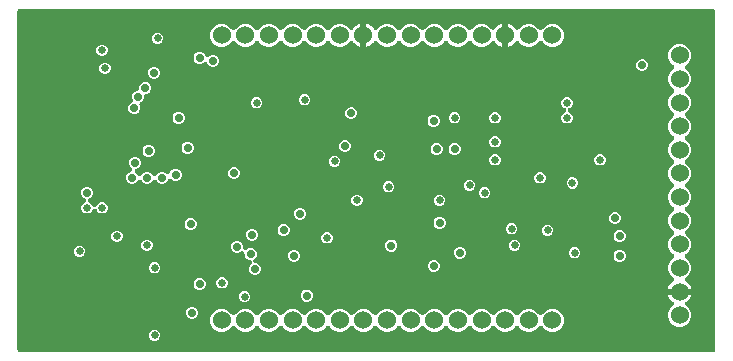
<source format=gbr>
G04 EAGLE Gerber RS-274X export*
G75*
%MOMM*%
%FSLAX34Y34*%
%LPD*%
%INEAGLE Copper Layer 15*%
%IPPOS*%
%AMOC8*
5,1,8,0,0,1.08239X$1,22.5*%
G01*
%ADD10C,1.524000*%
%ADD11C,0.654800*%
%ADD12C,0.711200*%

G36*
X593414Y4575D02*
X593414Y4575D01*
X593432Y4573D01*
X593614Y4594D01*
X593797Y4613D01*
X593814Y4618D01*
X593831Y4620D01*
X594006Y4677D01*
X594182Y4731D01*
X594197Y4739D01*
X594214Y4745D01*
X594374Y4835D01*
X594536Y4923D01*
X594549Y4934D01*
X594565Y4943D01*
X594704Y5063D01*
X594845Y5180D01*
X594856Y5194D01*
X594870Y5206D01*
X594982Y5351D01*
X595097Y5494D01*
X595105Y5510D01*
X595116Y5524D01*
X595198Y5689D01*
X595283Y5851D01*
X595288Y5868D01*
X595296Y5884D01*
X595343Y6063D01*
X595394Y6238D01*
X595396Y6256D01*
X595400Y6273D01*
X595427Y6604D01*
X595427Y293396D01*
X595425Y293414D01*
X595427Y293432D01*
X595406Y293614D01*
X595387Y293797D01*
X595382Y293814D01*
X595380Y293831D01*
X595323Y294006D01*
X595269Y294182D01*
X595261Y294197D01*
X595255Y294214D01*
X595165Y294374D01*
X595077Y294536D01*
X595066Y294549D01*
X595057Y294565D01*
X594937Y294704D01*
X594820Y294845D01*
X594806Y294856D01*
X594794Y294870D01*
X594649Y294982D01*
X594506Y295097D01*
X594490Y295105D01*
X594476Y295116D01*
X594311Y295198D01*
X594149Y295283D01*
X594132Y295288D01*
X594116Y295296D01*
X593937Y295343D01*
X593762Y295394D01*
X593744Y295396D01*
X593727Y295400D01*
X593396Y295427D01*
X6604Y295427D01*
X6586Y295425D01*
X6568Y295427D01*
X6386Y295406D01*
X6203Y295387D01*
X6186Y295382D01*
X6169Y295380D01*
X5994Y295323D01*
X5818Y295269D01*
X5803Y295261D01*
X5786Y295255D01*
X5626Y295165D01*
X5464Y295077D01*
X5451Y295066D01*
X5435Y295057D01*
X5296Y294937D01*
X5155Y294820D01*
X5144Y294806D01*
X5130Y294794D01*
X5018Y294649D01*
X4903Y294506D01*
X4895Y294490D01*
X4884Y294476D01*
X4802Y294311D01*
X4717Y294149D01*
X4712Y294132D01*
X4704Y294116D01*
X4657Y293937D01*
X4606Y293762D01*
X4604Y293744D01*
X4600Y293727D01*
X4573Y293396D01*
X4573Y6604D01*
X4575Y6586D01*
X4573Y6568D01*
X4594Y6386D01*
X4613Y6203D01*
X4618Y6186D01*
X4620Y6169D01*
X4677Y5994D01*
X4731Y5818D01*
X4739Y5803D01*
X4745Y5786D01*
X4835Y5626D01*
X4923Y5464D01*
X4934Y5451D01*
X4943Y5435D01*
X5063Y5296D01*
X5180Y5155D01*
X5194Y5144D01*
X5206Y5130D01*
X5351Y5018D01*
X5494Y4903D01*
X5510Y4895D01*
X5524Y4884D01*
X5689Y4802D01*
X5851Y4717D01*
X5868Y4712D01*
X5884Y4704D01*
X6063Y4657D01*
X6238Y4606D01*
X6256Y4604D01*
X6273Y4600D01*
X6604Y4573D01*
X593396Y4573D01*
X593414Y4575D01*
G37*
%LPC*%
G36*
X175580Y22097D02*
X175580Y22097D01*
X172032Y23567D01*
X169317Y26282D01*
X167847Y29830D01*
X167847Y33670D01*
X169317Y37218D01*
X172032Y39933D01*
X175580Y41403D01*
X179420Y41403D01*
X182968Y39933D01*
X185721Y37180D01*
X185723Y37176D01*
X185813Y37008D01*
X185819Y37001D01*
X185823Y36993D01*
X185948Y36845D01*
X186070Y36697D01*
X186077Y36691D01*
X186083Y36685D01*
X186234Y36564D01*
X186382Y36443D01*
X186390Y36439D01*
X186397Y36434D01*
X186568Y36346D01*
X186739Y36256D01*
X186748Y36254D01*
X186756Y36250D01*
X186939Y36198D01*
X187125Y36143D01*
X187134Y36142D01*
X187143Y36140D01*
X187335Y36125D01*
X187526Y36109D01*
X187535Y36110D01*
X187544Y36109D01*
X187735Y36132D01*
X187927Y36154D01*
X187935Y36156D01*
X187944Y36157D01*
X188126Y36218D01*
X188310Y36277D01*
X188318Y36281D01*
X188326Y36284D01*
X188493Y36379D01*
X188661Y36473D01*
X188668Y36479D01*
X188676Y36483D01*
X188821Y36609D01*
X188967Y36735D01*
X188973Y36742D01*
X188980Y36748D01*
X189096Y36900D01*
X189215Y37052D01*
X189220Y37060D01*
X189225Y37067D01*
X189287Y37188D01*
X192032Y39933D01*
X195580Y41403D01*
X199420Y41403D01*
X202968Y39933D01*
X205721Y37180D01*
X205723Y37176D01*
X205813Y37008D01*
X205819Y37001D01*
X205823Y36993D01*
X205948Y36845D01*
X206070Y36697D01*
X206077Y36691D01*
X206083Y36685D01*
X206234Y36564D01*
X206382Y36443D01*
X206390Y36439D01*
X206397Y36434D01*
X206568Y36346D01*
X206739Y36256D01*
X206748Y36254D01*
X206756Y36250D01*
X206939Y36198D01*
X207125Y36143D01*
X207134Y36142D01*
X207143Y36140D01*
X207335Y36125D01*
X207526Y36109D01*
X207535Y36110D01*
X207544Y36109D01*
X207735Y36132D01*
X207927Y36154D01*
X207935Y36156D01*
X207944Y36157D01*
X208126Y36218D01*
X208310Y36277D01*
X208318Y36281D01*
X208326Y36284D01*
X208493Y36379D01*
X208661Y36473D01*
X208668Y36479D01*
X208676Y36483D01*
X208821Y36609D01*
X208967Y36735D01*
X208973Y36742D01*
X208980Y36748D01*
X209096Y36900D01*
X209215Y37052D01*
X209220Y37060D01*
X209225Y37067D01*
X209287Y37188D01*
X212032Y39933D01*
X215580Y41403D01*
X219420Y41403D01*
X222968Y39933D01*
X225721Y37180D01*
X225723Y37176D01*
X225813Y37008D01*
X225819Y37001D01*
X225823Y36993D01*
X225948Y36845D01*
X226070Y36697D01*
X226077Y36691D01*
X226083Y36685D01*
X226234Y36564D01*
X226382Y36443D01*
X226390Y36439D01*
X226397Y36434D01*
X226568Y36346D01*
X226739Y36256D01*
X226748Y36254D01*
X226756Y36250D01*
X226939Y36198D01*
X227125Y36143D01*
X227134Y36142D01*
X227143Y36140D01*
X227335Y36125D01*
X227526Y36109D01*
X227535Y36110D01*
X227544Y36109D01*
X227735Y36132D01*
X227927Y36154D01*
X227935Y36156D01*
X227944Y36157D01*
X228126Y36218D01*
X228310Y36277D01*
X228318Y36281D01*
X228326Y36284D01*
X228493Y36379D01*
X228661Y36473D01*
X228668Y36479D01*
X228676Y36483D01*
X228821Y36609D01*
X228967Y36735D01*
X228973Y36742D01*
X228980Y36748D01*
X229096Y36900D01*
X229215Y37052D01*
X229220Y37060D01*
X229225Y37067D01*
X229287Y37188D01*
X232032Y39933D01*
X235580Y41403D01*
X239420Y41403D01*
X242968Y39933D01*
X245721Y37180D01*
X245723Y37176D01*
X245813Y37008D01*
X245819Y37001D01*
X245823Y36993D01*
X245948Y36845D01*
X246070Y36697D01*
X246077Y36691D01*
X246083Y36685D01*
X246234Y36564D01*
X246382Y36443D01*
X246390Y36439D01*
X246397Y36434D01*
X246568Y36346D01*
X246739Y36256D01*
X246748Y36254D01*
X246756Y36250D01*
X246939Y36198D01*
X247125Y36143D01*
X247134Y36142D01*
X247143Y36140D01*
X247335Y36125D01*
X247526Y36109D01*
X247535Y36110D01*
X247544Y36109D01*
X247735Y36132D01*
X247927Y36154D01*
X247935Y36156D01*
X247944Y36157D01*
X248126Y36218D01*
X248310Y36277D01*
X248318Y36281D01*
X248326Y36284D01*
X248493Y36379D01*
X248661Y36473D01*
X248668Y36479D01*
X248676Y36483D01*
X248821Y36609D01*
X248967Y36735D01*
X248973Y36742D01*
X248980Y36748D01*
X249096Y36900D01*
X249215Y37052D01*
X249220Y37060D01*
X249225Y37067D01*
X249287Y37188D01*
X252032Y39933D01*
X255580Y41403D01*
X259420Y41403D01*
X262968Y39933D01*
X265721Y37180D01*
X265723Y37176D01*
X265813Y37008D01*
X265819Y37001D01*
X265823Y36993D01*
X265948Y36845D01*
X266070Y36697D01*
X266077Y36691D01*
X266083Y36685D01*
X266234Y36564D01*
X266382Y36443D01*
X266390Y36439D01*
X266397Y36434D01*
X266568Y36346D01*
X266739Y36256D01*
X266748Y36254D01*
X266756Y36250D01*
X266939Y36198D01*
X267125Y36143D01*
X267134Y36142D01*
X267143Y36140D01*
X267335Y36125D01*
X267526Y36109D01*
X267535Y36110D01*
X267544Y36109D01*
X267735Y36132D01*
X267927Y36154D01*
X267935Y36156D01*
X267944Y36157D01*
X268126Y36218D01*
X268310Y36277D01*
X268318Y36281D01*
X268326Y36284D01*
X268493Y36379D01*
X268661Y36473D01*
X268668Y36479D01*
X268676Y36483D01*
X268821Y36609D01*
X268967Y36735D01*
X268973Y36742D01*
X268980Y36748D01*
X269096Y36900D01*
X269215Y37052D01*
X269220Y37060D01*
X269225Y37067D01*
X269287Y37188D01*
X272032Y39933D01*
X275580Y41403D01*
X279420Y41403D01*
X282968Y39933D01*
X285721Y37180D01*
X285723Y37176D01*
X285813Y37008D01*
X285819Y37001D01*
X285823Y36993D01*
X285948Y36845D01*
X286070Y36697D01*
X286077Y36691D01*
X286083Y36685D01*
X286234Y36564D01*
X286382Y36443D01*
X286390Y36439D01*
X286397Y36434D01*
X286568Y36346D01*
X286739Y36256D01*
X286748Y36254D01*
X286756Y36250D01*
X286939Y36198D01*
X287125Y36143D01*
X287134Y36142D01*
X287143Y36140D01*
X287335Y36125D01*
X287526Y36109D01*
X287535Y36110D01*
X287544Y36109D01*
X287735Y36132D01*
X287927Y36154D01*
X287935Y36156D01*
X287944Y36157D01*
X288126Y36218D01*
X288310Y36277D01*
X288318Y36281D01*
X288326Y36284D01*
X288493Y36379D01*
X288661Y36473D01*
X288668Y36479D01*
X288676Y36483D01*
X288821Y36609D01*
X288967Y36735D01*
X288973Y36742D01*
X288980Y36748D01*
X289096Y36900D01*
X289215Y37052D01*
X289220Y37060D01*
X289225Y37067D01*
X289287Y37188D01*
X292032Y39933D01*
X295580Y41403D01*
X299420Y41403D01*
X302968Y39933D01*
X305721Y37180D01*
X305723Y37176D01*
X305813Y37008D01*
X305819Y37001D01*
X305823Y36993D01*
X305948Y36845D01*
X306070Y36697D01*
X306077Y36691D01*
X306083Y36685D01*
X306234Y36564D01*
X306382Y36443D01*
X306390Y36439D01*
X306397Y36434D01*
X306568Y36346D01*
X306739Y36256D01*
X306748Y36254D01*
X306756Y36250D01*
X306939Y36198D01*
X307125Y36143D01*
X307134Y36142D01*
X307143Y36140D01*
X307335Y36125D01*
X307526Y36109D01*
X307535Y36110D01*
X307544Y36109D01*
X307735Y36132D01*
X307927Y36154D01*
X307935Y36156D01*
X307944Y36157D01*
X308126Y36218D01*
X308310Y36277D01*
X308318Y36281D01*
X308326Y36284D01*
X308493Y36379D01*
X308661Y36473D01*
X308668Y36479D01*
X308676Y36483D01*
X308821Y36609D01*
X308967Y36735D01*
X308973Y36742D01*
X308980Y36748D01*
X309096Y36900D01*
X309215Y37052D01*
X309220Y37060D01*
X309225Y37067D01*
X309287Y37188D01*
X312032Y39933D01*
X315580Y41403D01*
X319420Y41403D01*
X322968Y39933D01*
X325721Y37180D01*
X325723Y37176D01*
X325813Y37008D01*
X325819Y37001D01*
X325823Y36993D01*
X325948Y36845D01*
X326070Y36697D01*
X326077Y36691D01*
X326083Y36685D01*
X326234Y36564D01*
X326382Y36443D01*
X326390Y36439D01*
X326397Y36434D01*
X326568Y36346D01*
X326739Y36256D01*
X326748Y36254D01*
X326756Y36250D01*
X326939Y36198D01*
X327125Y36143D01*
X327134Y36142D01*
X327143Y36140D01*
X327335Y36125D01*
X327526Y36109D01*
X327535Y36110D01*
X327544Y36109D01*
X327735Y36132D01*
X327927Y36154D01*
X327935Y36156D01*
X327944Y36157D01*
X328126Y36218D01*
X328310Y36277D01*
X328318Y36281D01*
X328326Y36284D01*
X328493Y36379D01*
X328661Y36473D01*
X328668Y36479D01*
X328676Y36483D01*
X328821Y36609D01*
X328967Y36735D01*
X328973Y36742D01*
X328980Y36748D01*
X329096Y36900D01*
X329215Y37052D01*
X329220Y37060D01*
X329225Y37067D01*
X329287Y37188D01*
X332032Y39933D01*
X335580Y41403D01*
X339420Y41403D01*
X342968Y39933D01*
X345721Y37180D01*
X345723Y37176D01*
X345813Y37008D01*
X345819Y37001D01*
X345823Y36993D01*
X345948Y36845D01*
X346070Y36697D01*
X346077Y36691D01*
X346083Y36685D01*
X346234Y36564D01*
X346382Y36443D01*
X346390Y36439D01*
X346397Y36434D01*
X346568Y36346D01*
X346739Y36256D01*
X346748Y36254D01*
X346756Y36250D01*
X346939Y36198D01*
X347125Y36143D01*
X347134Y36142D01*
X347143Y36140D01*
X347335Y36125D01*
X347526Y36109D01*
X347535Y36110D01*
X347544Y36109D01*
X347735Y36132D01*
X347927Y36154D01*
X347935Y36156D01*
X347944Y36157D01*
X348126Y36218D01*
X348310Y36277D01*
X348318Y36281D01*
X348326Y36284D01*
X348493Y36379D01*
X348661Y36473D01*
X348668Y36479D01*
X348676Y36483D01*
X348821Y36609D01*
X348967Y36735D01*
X348973Y36742D01*
X348980Y36748D01*
X349096Y36900D01*
X349215Y37052D01*
X349220Y37060D01*
X349225Y37067D01*
X349287Y37188D01*
X352032Y39933D01*
X355580Y41403D01*
X359420Y41403D01*
X362968Y39933D01*
X365721Y37180D01*
X365723Y37177D01*
X365814Y37007D01*
X365819Y37000D01*
X365824Y36992D01*
X365948Y36844D01*
X366070Y36697D01*
X366077Y36691D01*
X366083Y36684D01*
X366234Y36564D01*
X366383Y36443D01*
X366391Y36439D01*
X366398Y36433D01*
X366569Y36346D01*
X366739Y36256D01*
X366748Y36254D01*
X366756Y36250D01*
X366940Y36197D01*
X367126Y36143D01*
X367135Y36142D01*
X367143Y36140D01*
X367335Y36125D01*
X367527Y36108D01*
X367536Y36109D01*
X367545Y36109D01*
X367736Y36132D01*
X367927Y36154D01*
X367935Y36156D01*
X367944Y36157D01*
X368126Y36218D01*
X368310Y36277D01*
X368318Y36281D01*
X368327Y36284D01*
X368493Y36379D01*
X368662Y36473D01*
X368668Y36479D01*
X368676Y36484D01*
X368822Y36610D01*
X368967Y36735D01*
X368973Y36742D01*
X368980Y36748D01*
X369098Y36901D01*
X369216Y37052D01*
X369220Y37060D01*
X369225Y37067D01*
X369287Y37188D01*
X372032Y39933D01*
X375580Y41403D01*
X379420Y41403D01*
X382968Y39933D01*
X385721Y37180D01*
X385723Y37176D01*
X385813Y37008D01*
X385819Y37001D01*
X385824Y36993D01*
X385948Y36845D01*
X386070Y36697D01*
X386077Y36691D01*
X386083Y36684D01*
X386233Y36564D01*
X386382Y36443D01*
X386390Y36439D01*
X386397Y36434D01*
X386570Y36345D01*
X386739Y36256D01*
X386747Y36254D01*
X386756Y36250D01*
X386942Y36197D01*
X387125Y36143D01*
X387134Y36142D01*
X387143Y36140D01*
X387333Y36125D01*
X387526Y36108D01*
X387536Y36109D01*
X387544Y36109D01*
X387734Y36132D01*
X387926Y36154D01*
X387935Y36156D01*
X387944Y36157D01*
X388126Y36218D01*
X388310Y36277D01*
X388318Y36281D01*
X388326Y36284D01*
X388493Y36379D01*
X388661Y36473D01*
X388668Y36479D01*
X388676Y36483D01*
X388820Y36609D01*
X388967Y36735D01*
X388973Y36742D01*
X388980Y36748D01*
X389097Y36901D01*
X389215Y37052D01*
X389219Y37060D01*
X389225Y37067D01*
X389287Y37188D01*
X392032Y39933D01*
X395580Y41403D01*
X399420Y41403D01*
X402968Y39933D01*
X405721Y37180D01*
X405723Y37176D01*
X405813Y37008D01*
X405819Y37001D01*
X405824Y36993D01*
X405948Y36845D01*
X406070Y36697D01*
X406077Y36691D01*
X406083Y36684D01*
X406233Y36564D01*
X406382Y36443D01*
X406390Y36439D01*
X406397Y36434D01*
X406570Y36345D01*
X406739Y36256D01*
X406747Y36254D01*
X406756Y36250D01*
X406942Y36197D01*
X407125Y36143D01*
X407134Y36142D01*
X407143Y36140D01*
X407333Y36125D01*
X407526Y36108D01*
X407536Y36109D01*
X407544Y36109D01*
X407734Y36132D01*
X407926Y36154D01*
X407935Y36156D01*
X407944Y36157D01*
X408126Y36218D01*
X408310Y36277D01*
X408318Y36281D01*
X408326Y36284D01*
X408493Y36379D01*
X408661Y36473D01*
X408668Y36479D01*
X408676Y36483D01*
X408820Y36609D01*
X408967Y36735D01*
X408973Y36742D01*
X408980Y36748D01*
X409097Y36901D01*
X409215Y37052D01*
X409219Y37060D01*
X409225Y37067D01*
X409287Y37188D01*
X412032Y39933D01*
X415580Y41403D01*
X419420Y41403D01*
X422968Y39933D01*
X425721Y37180D01*
X425723Y37176D01*
X425813Y37008D01*
X425819Y37001D01*
X425824Y36993D01*
X425948Y36845D01*
X426070Y36697D01*
X426077Y36691D01*
X426083Y36684D01*
X426233Y36564D01*
X426382Y36443D01*
X426390Y36439D01*
X426397Y36434D01*
X426570Y36345D01*
X426739Y36256D01*
X426747Y36254D01*
X426756Y36250D01*
X426942Y36197D01*
X427125Y36143D01*
X427134Y36142D01*
X427143Y36140D01*
X427333Y36125D01*
X427526Y36108D01*
X427536Y36109D01*
X427544Y36109D01*
X427734Y36132D01*
X427926Y36154D01*
X427935Y36156D01*
X427944Y36157D01*
X428126Y36218D01*
X428310Y36277D01*
X428318Y36281D01*
X428326Y36284D01*
X428493Y36379D01*
X428661Y36473D01*
X428668Y36479D01*
X428676Y36483D01*
X428820Y36609D01*
X428967Y36735D01*
X428973Y36742D01*
X428980Y36748D01*
X429097Y36901D01*
X429215Y37052D01*
X429219Y37060D01*
X429225Y37067D01*
X429287Y37188D01*
X432032Y39933D01*
X435580Y41403D01*
X439420Y41403D01*
X442968Y39933D01*
X445721Y37180D01*
X445723Y37176D01*
X445813Y37008D01*
X445819Y37001D01*
X445824Y36993D01*
X445948Y36845D01*
X446070Y36697D01*
X446077Y36691D01*
X446083Y36684D01*
X446233Y36564D01*
X446382Y36443D01*
X446390Y36439D01*
X446397Y36434D01*
X446570Y36345D01*
X446739Y36256D01*
X446747Y36254D01*
X446756Y36250D01*
X446942Y36197D01*
X447125Y36143D01*
X447134Y36142D01*
X447143Y36140D01*
X447333Y36125D01*
X447526Y36108D01*
X447536Y36109D01*
X447544Y36109D01*
X447734Y36132D01*
X447926Y36154D01*
X447935Y36156D01*
X447944Y36157D01*
X448126Y36218D01*
X448310Y36277D01*
X448318Y36281D01*
X448326Y36284D01*
X448493Y36379D01*
X448661Y36473D01*
X448668Y36479D01*
X448676Y36483D01*
X448820Y36609D01*
X448967Y36735D01*
X448973Y36742D01*
X448980Y36748D01*
X449097Y36901D01*
X449215Y37052D01*
X449219Y37060D01*
X449225Y37067D01*
X449287Y37188D01*
X452032Y39933D01*
X455580Y41403D01*
X459420Y41403D01*
X462968Y39933D01*
X465683Y37218D01*
X467153Y33670D01*
X467153Y29830D01*
X465683Y26282D01*
X462968Y23567D01*
X460866Y22696D01*
X460865Y22696D01*
X459420Y22097D01*
X455580Y22097D01*
X452032Y23567D01*
X449279Y26320D01*
X449277Y26323D01*
X449186Y26493D01*
X449181Y26500D01*
X449176Y26508D01*
X449052Y26656D01*
X448930Y26803D01*
X448923Y26809D01*
X448917Y26816D01*
X448766Y26936D01*
X448617Y27057D01*
X448609Y27061D01*
X448602Y27067D01*
X448431Y27154D01*
X448261Y27244D01*
X448252Y27246D01*
X448244Y27250D01*
X448060Y27303D01*
X447874Y27357D01*
X447865Y27358D01*
X447857Y27360D01*
X447665Y27375D01*
X447473Y27392D01*
X447464Y27391D01*
X447455Y27391D01*
X447264Y27368D01*
X447073Y27346D01*
X447065Y27344D01*
X447056Y27343D01*
X446874Y27282D01*
X446690Y27223D01*
X446682Y27219D01*
X446673Y27216D01*
X446507Y27121D01*
X446338Y27027D01*
X446332Y27021D01*
X446324Y27016D01*
X446178Y26890D01*
X446033Y26765D01*
X446027Y26758D01*
X446020Y26752D01*
X445902Y26599D01*
X445784Y26448D01*
X445780Y26440D01*
X445775Y26433D01*
X445713Y26312D01*
X442968Y23567D01*
X440866Y22696D01*
X440865Y22696D01*
X439420Y22097D01*
X435580Y22097D01*
X432032Y23567D01*
X429279Y26320D01*
X429277Y26323D01*
X429186Y26493D01*
X429181Y26500D01*
X429176Y26508D01*
X429052Y26656D01*
X428930Y26803D01*
X428923Y26809D01*
X428917Y26816D01*
X428766Y26936D01*
X428617Y27057D01*
X428609Y27061D01*
X428602Y27067D01*
X428431Y27154D01*
X428261Y27244D01*
X428252Y27246D01*
X428244Y27250D01*
X428060Y27303D01*
X427874Y27357D01*
X427865Y27358D01*
X427857Y27360D01*
X427665Y27375D01*
X427473Y27392D01*
X427464Y27391D01*
X427455Y27391D01*
X427264Y27368D01*
X427073Y27346D01*
X427065Y27344D01*
X427056Y27343D01*
X426874Y27282D01*
X426690Y27223D01*
X426682Y27219D01*
X426673Y27216D01*
X426507Y27121D01*
X426338Y27027D01*
X426332Y27021D01*
X426324Y27016D01*
X426178Y26890D01*
X426033Y26765D01*
X426027Y26758D01*
X426020Y26752D01*
X425902Y26599D01*
X425784Y26448D01*
X425780Y26440D01*
X425775Y26433D01*
X425713Y26312D01*
X422968Y23567D01*
X420866Y22696D01*
X420865Y22696D01*
X419420Y22097D01*
X415580Y22097D01*
X412032Y23567D01*
X409279Y26320D01*
X409277Y26323D01*
X409186Y26493D01*
X409181Y26500D01*
X409176Y26508D01*
X409052Y26656D01*
X408930Y26803D01*
X408923Y26809D01*
X408917Y26816D01*
X408766Y26936D01*
X408617Y27057D01*
X408609Y27061D01*
X408602Y27067D01*
X408431Y27154D01*
X408261Y27244D01*
X408252Y27246D01*
X408244Y27250D01*
X408060Y27303D01*
X407874Y27357D01*
X407865Y27358D01*
X407857Y27360D01*
X407665Y27375D01*
X407473Y27392D01*
X407464Y27391D01*
X407455Y27391D01*
X407264Y27368D01*
X407073Y27346D01*
X407065Y27344D01*
X407056Y27343D01*
X406874Y27282D01*
X406690Y27223D01*
X406682Y27219D01*
X406673Y27216D01*
X406507Y27121D01*
X406338Y27027D01*
X406332Y27021D01*
X406324Y27016D01*
X406178Y26890D01*
X406033Y26765D01*
X406027Y26758D01*
X406020Y26752D01*
X405902Y26599D01*
X405784Y26448D01*
X405780Y26440D01*
X405775Y26433D01*
X405713Y26312D01*
X402968Y23567D01*
X400866Y22696D01*
X400865Y22696D01*
X399420Y22097D01*
X395580Y22097D01*
X392032Y23567D01*
X389279Y26320D01*
X389277Y26323D01*
X389186Y26493D01*
X389181Y26500D01*
X389176Y26508D01*
X389052Y26656D01*
X388930Y26803D01*
X388923Y26809D01*
X388917Y26816D01*
X388766Y26936D01*
X388617Y27057D01*
X388609Y27061D01*
X388602Y27067D01*
X388431Y27154D01*
X388261Y27244D01*
X388252Y27246D01*
X388244Y27250D01*
X388060Y27303D01*
X387874Y27357D01*
X387865Y27358D01*
X387857Y27360D01*
X387665Y27375D01*
X387473Y27392D01*
X387464Y27391D01*
X387455Y27391D01*
X387264Y27368D01*
X387073Y27346D01*
X387065Y27344D01*
X387056Y27343D01*
X386874Y27282D01*
X386690Y27223D01*
X386682Y27219D01*
X386673Y27216D01*
X386507Y27121D01*
X386338Y27027D01*
X386332Y27021D01*
X386324Y27016D01*
X386178Y26890D01*
X386033Y26765D01*
X386027Y26758D01*
X386020Y26752D01*
X385902Y26599D01*
X385784Y26448D01*
X385780Y26440D01*
X385775Y26433D01*
X385713Y26312D01*
X382968Y23567D01*
X380866Y22696D01*
X380865Y22696D01*
X379420Y22097D01*
X375580Y22097D01*
X372032Y23567D01*
X369279Y26320D01*
X369277Y26324D01*
X369187Y26492D01*
X369181Y26499D01*
X369176Y26507D01*
X369052Y26655D01*
X368930Y26803D01*
X368923Y26809D01*
X368917Y26816D01*
X368767Y26936D01*
X368618Y27057D01*
X368610Y27061D01*
X368603Y27066D01*
X368430Y27155D01*
X368261Y27244D01*
X368253Y27246D01*
X368244Y27250D01*
X368058Y27303D01*
X367875Y27357D01*
X367866Y27358D01*
X367857Y27360D01*
X367667Y27375D01*
X367474Y27392D01*
X367464Y27391D01*
X367456Y27391D01*
X367266Y27368D01*
X367074Y27346D01*
X367065Y27344D01*
X367056Y27343D01*
X366874Y27282D01*
X366690Y27223D01*
X366682Y27219D01*
X366674Y27216D01*
X366507Y27121D01*
X366339Y27027D01*
X366332Y27021D01*
X366324Y27017D01*
X366180Y26891D01*
X366033Y26765D01*
X366027Y26758D01*
X366020Y26752D01*
X365902Y26598D01*
X365785Y26448D01*
X365781Y26440D01*
X365775Y26433D01*
X365713Y26312D01*
X362968Y23567D01*
X360866Y22696D01*
X360865Y22696D01*
X359420Y22097D01*
X355580Y22097D01*
X352032Y23567D01*
X349279Y26320D01*
X349278Y26323D01*
X349186Y26493D01*
X349181Y26500D01*
X349176Y26507D01*
X349053Y26654D01*
X348930Y26803D01*
X348923Y26809D01*
X348917Y26816D01*
X348767Y26935D01*
X348617Y27057D01*
X348609Y27061D01*
X348602Y27067D01*
X348431Y27154D01*
X348261Y27244D01*
X348252Y27246D01*
X348244Y27250D01*
X348059Y27303D01*
X347874Y27357D01*
X347865Y27358D01*
X347857Y27360D01*
X347665Y27375D01*
X347473Y27391D01*
X347464Y27390D01*
X347455Y27391D01*
X347265Y27368D01*
X347073Y27346D01*
X347065Y27344D01*
X347056Y27342D01*
X346875Y27283D01*
X346690Y27223D01*
X346682Y27219D01*
X346674Y27216D01*
X346507Y27121D01*
X346338Y27027D01*
X346332Y27021D01*
X346324Y27016D01*
X346179Y26890D01*
X346033Y26765D01*
X346027Y26758D01*
X346020Y26752D01*
X345903Y26600D01*
X345784Y26448D01*
X345780Y26440D01*
X345775Y26433D01*
X345713Y26312D01*
X342968Y23567D01*
X340866Y22696D01*
X340865Y22696D01*
X339420Y22097D01*
X335580Y22097D01*
X332032Y23567D01*
X329279Y26320D01*
X329278Y26323D01*
X329186Y26493D01*
X329181Y26500D01*
X329176Y26507D01*
X329053Y26654D01*
X328930Y26803D01*
X328923Y26809D01*
X328917Y26816D01*
X328767Y26935D01*
X328617Y27057D01*
X328609Y27061D01*
X328602Y27067D01*
X328431Y27154D01*
X328261Y27244D01*
X328252Y27246D01*
X328244Y27250D01*
X328059Y27303D01*
X327874Y27357D01*
X327865Y27358D01*
X327857Y27360D01*
X327665Y27375D01*
X327473Y27391D01*
X327464Y27390D01*
X327455Y27391D01*
X327265Y27368D01*
X327073Y27346D01*
X327065Y27344D01*
X327056Y27342D01*
X326875Y27283D01*
X326690Y27223D01*
X326682Y27219D01*
X326674Y27216D01*
X326507Y27121D01*
X326338Y27027D01*
X326332Y27021D01*
X326324Y27016D01*
X326179Y26890D01*
X326033Y26765D01*
X326027Y26758D01*
X326020Y26752D01*
X325903Y26600D01*
X325784Y26448D01*
X325780Y26440D01*
X325775Y26433D01*
X325713Y26312D01*
X322968Y23567D01*
X320866Y22696D01*
X320865Y22696D01*
X319420Y22097D01*
X315580Y22097D01*
X312032Y23567D01*
X309279Y26320D01*
X309278Y26323D01*
X309186Y26493D01*
X309181Y26500D01*
X309176Y26507D01*
X309053Y26654D01*
X308930Y26803D01*
X308923Y26809D01*
X308917Y26816D01*
X308767Y26935D01*
X308617Y27057D01*
X308609Y27061D01*
X308602Y27067D01*
X308431Y27154D01*
X308261Y27244D01*
X308252Y27246D01*
X308244Y27250D01*
X308059Y27303D01*
X307874Y27357D01*
X307865Y27358D01*
X307857Y27360D01*
X307665Y27375D01*
X307473Y27391D01*
X307464Y27390D01*
X307455Y27391D01*
X307265Y27368D01*
X307073Y27346D01*
X307065Y27344D01*
X307056Y27342D01*
X306875Y27283D01*
X306690Y27223D01*
X306682Y27219D01*
X306674Y27216D01*
X306507Y27121D01*
X306338Y27027D01*
X306332Y27021D01*
X306324Y27016D01*
X306179Y26890D01*
X306033Y26765D01*
X306027Y26758D01*
X306020Y26752D01*
X305903Y26600D01*
X305784Y26448D01*
X305780Y26440D01*
X305775Y26433D01*
X305713Y26312D01*
X302968Y23567D01*
X300866Y22696D01*
X300865Y22696D01*
X299420Y22097D01*
X295580Y22097D01*
X292032Y23567D01*
X289279Y26320D01*
X289278Y26323D01*
X289186Y26493D01*
X289181Y26500D01*
X289176Y26507D01*
X289053Y26654D01*
X288930Y26803D01*
X288923Y26809D01*
X288917Y26816D01*
X288767Y26935D01*
X288617Y27057D01*
X288609Y27061D01*
X288602Y27067D01*
X288431Y27154D01*
X288261Y27244D01*
X288252Y27246D01*
X288244Y27250D01*
X288059Y27303D01*
X287874Y27357D01*
X287865Y27358D01*
X287857Y27360D01*
X287665Y27375D01*
X287473Y27391D01*
X287464Y27390D01*
X287455Y27391D01*
X287265Y27368D01*
X287073Y27346D01*
X287065Y27344D01*
X287056Y27342D01*
X286875Y27283D01*
X286690Y27223D01*
X286682Y27219D01*
X286674Y27216D01*
X286507Y27121D01*
X286338Y27027D01*
X286332Y27021D01*
X286324Y27016D01*
X286179Y26890D01*
X286033Y26765D01*
X286027Y26758D01*
X286020Y26752D01*
X285903Y26600D01*
X285784Y26448D01*
X285780Y26440D01*
X285775Y26433D01*
X285713Y26312D01*
X282968Y23567D01*
X280866Y22696D01*
X280865Y22696D01*
X279420Y22097D01*
X275580Y22097D01*
X272032Y23567D01*
X269279Y26320D01*
X269278Y26323D01*
X269186Y26493D01*
X269181Y26500D01*
X269176Y26507D01*
X269053Y26654D01*
X268930Y26803D01*
X268923Y26809D01*
X268917Y26816D01*
X268767Y26935D01*
X268617Y27057D01*
X268609Y27061D01*
X268602Y27067D01*
X268431Y27154D01*
X268261Y27244D01*
X268252Y27246D01*
X268244Y27250D01*
X268059Y27303D01*
X267874Y27357D01*
X267865Y27358D01*
X267857Y27360D01*
X267665Y27375D01*
X267473Y27391D01*
X267464Y27390D01*
X267455Y27391D01*
X267265Y27368D01*
X267073Y27346D01*
X267065Y27344D01*
X267056Y27342D01*
X266875Y27283D01*
X266690Y27223D01*
X266682Y27219D01*
X266674Y27216D01*
X266507Y27121D01*
X266338Y27027D01*
X266332Y27021D01*
X266324Y27016D01*
X266179Y26890D01*
X266033Y26765D01*
X266027Y26758D01*
X266020Y26752D01*
X265903Y26600D01*
X265784Y26448D01*
X265780Y26440D01*
X265775Y26433D01*
X265713Y26312D01*
X262968Y23567D01*
X260866Y22696D01*
X260865Y22696D01*
X259420Y22097D01*
X255580Y22097D01*
X252032Y23567D01*
X249279Y26320D01*
X249278Y26323D01*
X249186Y26493D01*
X249181Y26500D01*
X249176Y26507D01*
X249053Y26654D01*
X248930Y26803D01*
X248923Y26809D01*
X248917Y26816D01*
X248767Y26935D01*
X248617Y27057D01*
X248609Y27061D01*
X248602Y27067D01*
X248431Y27154D01*
X248261Y27244D01*
X248252Y27246D01*
X248244Y27250D01*
X248059Y27303D01*
X247874Y27357D01*
X247865Y27358D01*
X247857Y27360D01*
X247665Y27375D01*
X247473Y27391D01*
X247464Y27390D01*
X247455Y27391D01*
X247265Y27368D01*
X247073Y27346D01*
X247065Y27344D01*
X247056Y27342D01*
X246875Y27283D01*
X246690Y27223D01*
X246682Y27219D01*
X246674Y27216D01*
X246507Y27121D01*
X246338Y27027D01*
X246332Y27021D01*
X246324Y27016D01*
X246179Y26890D01*
X246033Y26765D01*
X246027Y26758D01*
X246020Y26752D01*
X245903Y26600D01*
X245784Y26448D01*
X245780Y26440D01*
X245775Y26433D01*
X245713Y26312D01*
X242968Y23567D01*
X240866Y22696D01*
X240865Y22696D01*
X239420Y22097D01*
X235580Y22097D01*
X232032Y23567D01*
X229279Y26320D01*
X229278Y26323D01*
X229186Y26493D01*
X229181Y26500D01*
X229176Y26507D01*
X229053Y26654D01*
X228930Y26803D01*
X228923Y26809D01*
X228917Y26816D01*
X228767Y26935D01*
X228617Y27057D01*
X228609Y27061D01*
X228602Y27067D01*
X228431Y27154D01*
X228261Y27244D01*
X228252Y27246D01*
X228244Y27250D01*
X228059Y27303D01*
X227874Y27357D01*
X227865Y27358D01*
X227857Y27360D01*
X227665Y27375D01*
X227473Y27391D01*
X227464Y27390D01*
X227455Y27391D01*
X227265Y27368D01*
X227073Y27346D01*
X227065Y27344D01*
X227056Y27342D01*
X226875Y27283D01*
X226690Y27223D01*
X226682Y27219D01*
X226674Y27216D01*
X226507Y27121D01*
X226338Y27027D01*
X226332Y27021D01*
X226324Y27016D01*
X226179Y26890D01*
X226033Y26765D01*
X226027Y26758D01*
X226020Y26752D01*
X225903Y26600D01*
X225784Y26448D01*
X225780Y26440D01*
X225775Y26433D01*
X225713Y26312D01*
X222968Y23567D01*
X220866Y22696D01*
X220865Y22696D01*
X219420Y22097D01*
X215580Y22097D01*
X212032Y23567D01*
X209279Y26320D01*
X209278Y26323D01*
X209186Y26493D01*
X209181Y26500D01*
X209176Y26507D01*
X209053Y26654D01*
X208930Y26803D01*
X208923Y26809D01*
X208917Y26816D01*
X208767Y26935D01*
X208617Y27057D01*
X208609Y27061D01*
X208602Y27067D01*
X208431Y27154D01*
X208261Y27244D01*
X208252Y27246D01*
X208244Y27250D01*
X208059Y27303D01*
X207874Y27357D01*
X207865Y27358D01*
X207857Y27360D01*
X207665Y27375D01*
X207473Y27391D01*
X207464Y27390D01*
X207455Y27391D01*
X207265Y27368D01*
X207073Y27346D01*
X207065Y27344D01*
X207056Y27342D01*
X206875Y27283D01*
X206690Y27223D01*
X206682Y27219D01*
X206674Y27216D01*
X206507Y27121D01*
X206338Y27027D01*
X206332Y27021D01*
X206324Y27016D01*
X206179Y26890D01*
X206033Y26765D01*
X206027Y26758D01*
X206020Y26752D01*
X205903Y26600D01*
X205784Y26448D01*
X205780Y26440D01*
X205775Y26433D01*
X205713Y26312D01*
X202968Y23567D01*
X200866Y22696D01*
X200865Y22696D01*
X199420Y22097D01*
X195580Y22097D01*
X192032Y23567D01*
X189279Y26320D01*
X189278Y26323D01*
X189186Y26493D01*
X189181Y26500D01*
X189176Y26507D01*
X189053Y26654D01*
X188930Y26803D01*
X188923Y26809D01*
X188917Y26816D01*
X188767Y26935D01*
X188617Y27057D01*
X188609Y27061D01*
X188602Y27067D01*
X188431Y27154D01*
X188261Y27244D01*
X188252Y27246D01*
X188244Y27250D01*
X188059Y27303D01*
X187874Y27357D01*
X187865Y27358D01*
X187857Y27360D01*
X187665Y27375D01*
X187473Y27391D01*
X187464Y27390D01*
X187455Y27391D01*
X187265Y27368D01*
X187073Y27346D01*
X187065Y27344D01*
X187056Y27342D01*
X186875Y27283D01*
X186690Y27223D01*
X186682Y27219D01*
X186674Y27216D01*
X186507Y27121D01*
X186338Y27027D01*
X186332Y27021D01*
X186324Y27016D01*
X186179Y26890D01*
X186033Y26765D01*
X186027Y26758D01*
X186020Y26752D01*
X185903Y26600D01*
X185784Y26448D01*
X185780Y26440D01*
X185775Y26433D01*
X185713Y26312D01*
X182968Y23567D01*
X180866Y22696D01*
X180865Y22696D01*
X179420Y22097D01*
X175580Y22097D01*
G37*
%LPD*%
%LPC*%
G36*
X565008Y58556D02*
X565008Y58556D01*
X564990Y58558D01*
X564973Y58562D01*
X564642Y58589D01*
X555291Y58589D01*
X555734Y59950D01*
X556460Y61375D01*
X557400Y62669D01*
X558531Y63800D01*
X559629Y64598D01*
X559761Y64716D01*
X559896Y64830D01*
X559911Y64849D01*
X559930Y64866D01*
X560036Y65008D01*
X560146Y65146D01*
X560157Y65168D01*
X560172Y65188D01*
X560248Y65347D01*
X560328Y65505D01*
X560335Y65529D01*
X560345Y65551D01*
X560389Y65722D01*
X560436Y65893D01*
X560438Y65918D01*
X560444Y65941D01*
X560453Y66117D01*
X560466Y66295D01*
X560463Y66319D01*
X560464Y66343D01*
X560437Y66518D01*
X560415Y66694D01*
X560407Y66717D01*
X560404Y66741D01*
X560344Y66907D01*
X560287Y67076D01*
X560275Y67097D01*
X560266Y67120D01*
X560174Y67271D01*
X560086Y67425D01*
X560068Y67445D01*
X560057Y67464D01*
X560002Y67524D01*
X559871Y67678D01*
X556967Y70582D01*
X555497Y74130D01*
X555497Y77970D01*
X556967Y81518D01*
X559720Y84271D01*
X559724Y84273D01*
X559892Y84363D01*
X559899Y84369D01*
X559907Y84374D01*
X560055Y84498D01*
X560203Y84620D01*
X560209Y84627D01*
X560216Y84633D01*
X560336Y84783D01*
X560457Y84932D01*
X560461Y84940D01*
X560466Y84947D01*
X560555Y85120D01*
X560644Y85289D01*
X560646Y85297D01*
X560650Y85306D01*
X560703Y85492D01*
X560757Y85675D01*
X560758Y85684D01*
X560760Y85693D01*
X560775Y85882D01*
X560792Y86076D01*
X560791Y86086D01*
X560791Y86094D01*
X560768Y86282D01*
X560746Y86476D01*
X560744Y86485D01*
X560743Y86494D01*
X560682Y86676D01*
X560623Y86860D01*
X560619Y86868D01*
X560616Y86876D01*
X560521Y87043D01*
X560427Y87211D01*
X560421Y87218D01*
X560417Y87226D01*
X560291Y87370D01*
X560165Y87517D01*
X560158Y87523D01*
X560152Y87530D01*
X559999Y87647D01*
X559848Y87765D01*
X559840Y87769D01*
X559833Y87775D01*
X559712Y87837D01*
X556967Y90582D01*
X555497Y94130D01*
X555497Y97970D01*
X556967Y101518D01*
X559720Y104271D01*
X559724Y104273D01*
X559892Y104363D01*
X559899Y104369D01*
X559907Y104374D01*
X560055Y104498D01*
X560203Y104620D01*
X560209Y104627D01*
X560216Y104633D01*
X560336Y104783D01*
X560457Y104932D01*
X560461Y104940D01*
X560466Y104947D01*
X560555Y105120D01*
X560644Y105289D01*
X560646Y105297D01*
X560650Y105306D01*
X560703Y105491D01*
X560757Y105675D01*
X560758Y105684D01*
X560760Y105693D01*
X560775Y105882D01*
X560792Y106076D01*
X560791Y106086D01*
X560791Y106094D01*
X560768Y106284D01*
X560746Y106476D01*
X560744Y106485D01*
X560743Y106494D01*
X560682Y106676D01*
X560623Y106860D01*
X560619Y106868D01*
X560616Y106876D01*
X560521Y107042D01*
X560427Y107211D01*
X560421Y107218D01*
X560417Y107226D01*
X560291Y107370D01*
X560165Y107517D01*
X560158Y107523D01*
X560152Y107530D01*
X559999Y107647D01*
X559848Y107765D01*
X559840Y107769D01*
X559833Y107775D01*
X559712Y107837D01*
X556967Y110582D01*
X555497Y114130D01*
X555497Y117970D01*
X556967Y121518D01*
X559720Y124271D01*
X559724Y124273D01*
X559892Y124363D01*
X559899Y124369D01*
X559907Y124374D01*
X560055Y124498D01*
X560203Y124620D01*
X560209Y124627D01*
X560216Y124633D01*
X560336Y124783D01*
X560457Y124932D01*
X560461Y124940D01*
X560466Y124947D01*
X560555Y125119D01*
X560644Y125289D01*
X560646Y125297D01*
X560650Y125306D01*
X560703Y125492D01*
X560757Y125675D01*
X560758Y125684D01*
X560760Y125693D01*
X560775Y125883D01*
X560792Y126076D01*
X560791Y126086D01*
X560791Y126094D01*
X560768Y126284D01*
X560746Y126476D01*
X560744Y126485D01*
X560743Y126494D01*
X560682Y126676D01*
X560623Y126860D01*
X560619Y126868D01*
X560616Y126876D01*
X560521Y127043D01*
X560427Y127211D01*
X560421Y127218D01*
X560417Y127226D01*
X560292Y127369D01*
X560165Y127517D01*
X560158Y127523D01*
X560152Y127530D01*
X559999Y127647D01*
X559848Y127765D01*
X559840Y127769D01*
X559833Y127775D01*
X559712Y127837D01*
X556967Y130582D01*
X555497Y134130D01*
X555497Y137970D01*
X556967Y141518D01*
X559720Y144271D01*
X559724Y144273D01*
X559892Y144363D01*
X559899Y144369D01*
X559907Y144374D01*
X560055Y144498D01*
X560203Y144620D01*
X560209Y144627D01*
X560216Y144633D01*
X560336Y144783D01*
X560457Y144932D01*
X560461Y144940D01*
X560466Y144947D01*
X560554Y145118D01*
X560644Y145289D01*
X560646Y145297D01*
X560650Y145306D01*
X560703Y145491D01*
X560757Y145675D01*
X560758Y145684D01*
X560760Y145693D01*
X560775Y145883D01*
X560792Y146076D01*
X560791Y146086D01*
X560791Y146094D01*
X560768Y146284D01*
X560746Y146476D01*
X560744Y146485D01*
X560743Y146494D01*
X560683Y146675D01*
X560623Y146860D01*
X560619Y146868D01*
X560616Y146876D01*
X560521Y147043D01*
X560427Y147211D01*
X560421Y147218D01*
X560417Y147226D01*
X560291Y147370D01*
X560165Y147517D01*
X560158Y147523D01*
X560152Y147530D01*
X559999Y147647D01*
X559848Y147765D01*
X559840Y147769D01*
X559833Y147775D01*
X559712Y147837D01*
X556967Y150582D01*
X555497Y154130D01*
X555497Y157970D01*
X556967Y161518D01*
X559720Y164271D01*
X559724Y164273D01*
X559892Y164363D01*
X559899Y164369D01*
X559907Y164374D01*
X560055Y164498D01*
X560203Y164620D01*
X560209Y164627D01*
X560216Y164633D01*
X560336Y164783D01*
X560457Y164932D01*
X560461Y164940D01*
X560466Y164947D01*
X560555Y165120D01*
X560644Y165289D01*
X560646Y165297D01*
X560650Y165306D01*
X560703Y165492D01*
X560757Y165675D01*
X560758Y165684D01*
X560760Y165693D01*
X560775Y165883D01*
X560792Y166076D01*
X560791Y166086D01*
X560791Y166094D01*
X560768Y166284D01*
X560746Y166476D01*
X560744Y166485D01*
X560743Y166494D01*
X560682Y166676D01*
X560623Y166860D01*
X560619Y166868D01*
X560616Y166876D01*
X560521Y167042D01*
X560427Y167211D01*
X560421Y167218D01*
X560417Y167226D01*
X560291Y167370D01*
X560165Y167517D01*
X560158Y167523D01*
X560152Y167530D01*
X559999Y167647D01*
X559848Y167765D01*
X559840Y167769D01*
X559833Y167775D01*
X559712Y167837D01*
X556967Y170582D01*
X555497Y174130D01*
X555497Y177970D01*
X556967Y181518D01*
X559720Y184271D01*
X559724Y184273D01*
X559892Y184363D01*
X559899Y184369D01*
X559907Y184374D01*
X560055Y184498D01*
X560203Y184620D01*
X560209Y184627D01*
X560216Y184633D01*
X560336Y184783D01*
X560457Y184932D01*
X560461Y184940D01*
X560466Y184947D01*
X560555Y185120D01*
X560644Y185289D01*
X560646Y185297D01*
X560650Y185306D01*
X560703Y185492D01*
X560757Y185675D01*
X560758Y185684D01*
X560760Y185693D01*
X560775Y185883D01*
X560792Y186076D01*
X560791Y186086D01*
X560791Y186094D01*
X560768Y186284D01*
X560746Y186476D01*
X560744Y186485D01*
X560743Y186494D01*
X560682Y186676D01*
X560623Y186860D01*
X560619Y186868D01*
X560616Y186876D01*
X560521Y187043D01*
X560427Y187211D01*
X560421Y187218D01*
X560417Y187226D01*
X560291Y187370D01*
X560165Y187517D01*
X560158Y187523D01*
X560152Y187530D01*
X559999Y187647D01*
X559848Y187765D01*
X559840Y187769D01*
X559833Y187775D01*
X559712Y187837D01*
X556967Y190582D01*
X555497Y194130D01*
X555497Y197970D01*
X556967Y201518D01*
X559720Y204271D01*
X559724Y204273D01*
X559892Y204363D01*
X559899Y204369D01*
X559907Y204374D01*
X560055Y204498D01*
X560203Y204620D01*
X560209Y204627D01*
X560216Y204633D01*
X560336Y204783D01*
X560457Y204932D01*
X560461Y204940D01*
X560466Y204947D01*
X560555Y205120D01*
X560644Y205289D01*
X560646Y205297D01*
X560650Y205306D01*
X560703Y205492D01*
X560757Y205675D01*
X560758Y205684D01*
X560760Y205693D01*
X560775Y205883D01*
X560792Y206076D01*
X560791Y206086D01*
X560791Y206094D01*
X560768Y206284D01*
X560746Y206476D01*
X560744Y206485D01*
X560743Y206494D01*
X560682Y206676D01*
X560623Y206860D01*
X560619Y206868D01*
X560616Y206876D01*
X560521Y207043D01*
X560427Y207211D01*
X560421Y207218D01*
X560417Y207226D01*
X560291Y207370D01*
X560165Y207517D01*
X560158Y207523D01*
X560152Y207530D01*
X559999Y207647D01*
X559848Y207765D01*
X559840Y207769D01*
X559833Y207775D01*
X559712Y207837D01*
X556967Y210582D01*
X555497Y214130D01*
X555497Y217970D01*
X556967Y221518D01*
X559720Y224271D01*
X559724Y224273D01*
X559892Y224363D01*
X559899Y224369D01*
X559907Y224374D01*
X560055Y224498D01*
X560203Y224620D01*
X560209Y224627D01*
X560216Y224633D01*
X560336Y224783D01*
X560457Y224932D01*
X560461Y224940D01*
X560466Y224947D01*
X560555Y225120D01*
X560644Y225289D01*
X560646Y225297D01*
X560650Y225306D01*
X560703Y225492D01*
X560757Y225675D01*
X560758Y225684D01*
X560760Y225693D01*
X560775Y225883D01*
X560792Y226076D01*
X560791Y226086D01*
X560791Y226094D01*
X560768Y226284D01*
X560746Y226476D01*
X560744Y226485D01*
X560743Y226494D01*
X560682Y226676D01*
X560623Y226860D01*
X560619Y226868D01*
X560616Y226876D01*
X560521Y227043D01*
X560427Y227211D01*
X560421Y227218D01*
X560417Y227226D01*
X560291Y227370D01*
X560165Y227517D01*
X560158Y227523D01*
X560152Y227530D01*
X559999Y227647D01*
X559848Y227765D01*
X559840Y227769D01*
X559833Y227775D01*
X559712Y227837D01*
X556967Y230582D01*
X555497Y234130D01*
X555497Y237970D01*
X556967Y241518D01*
X559720Y244271D01*
X559724Y244273D01*
X559892Y244363D01*
X559899Y244369D01*
X559907Y244374D01*
X560055Y244498D01*
X560203Y244620D01*
X560209Y244627D01*
X560216Y244633D01*
X560336Y244783D01*
X560457Y244932D01*
X560461Y244940D01*
X560466Y244947D01*
X560555Y245120D01*
X560644Y245289D01*
X560646Y245297D01*
X560650Y245306D01*
X560703Y245492D01*
X560757Y245675D01*
X560758Y245684D01*
X560760Y245693D01*
X560775Y245883D01*
X560792Y246076D01*
X560791Y246086D01*
X560791Y246094D01*
X560768Y246284D01*
X560746Y246476D01*
X560744Y246485D01*
X560743Y246494D01*
X560682Y246676D01*
X560623Y246860D01*
X560619Y246868D01*
X560616Y246876D01*
X560521Y247043D01*
X560427Y247211D01*
X560421Y247218D01*
X560417Y247226D01*
X560291Y247370D01*
X560165Y247517D01*
X560158Y247523D01*
X560152Y247530D01*
X559999Y247647D01*
X559848Y247765D01*
X559840Y247769D01*
X559833Y247775D01*
X559712Y247837D01*
X556967Y250582D01*
X555497Y254130D01*
X555497Y257970D01*
X556967Y261518D01*
X559682Y264233D01*
X560883Y264731D01*
X563230Y265703D01*
X567070Y265703D01*
X570618Y264233D01*
X573333Y261518D01*
X574803Y257970D01*
X574803Y254130D01*
X573333Y250582D01*
X570580Y247829D01*
X570577Y247827D01*
X570407Y247736D01*
X570400Y247731D01*
X570392Y247726D01*
X570244Y247602D01*
X570097Y247480D01*
X570091Y247473D01*
X570084Y247467D01*
X569964Y247316D01*
X569843Y247167D01*
X569839Y247159D01*
X569833Y247152D01*
X569745Y246979D01*
X569656Y246811D01*
X569654Y246802D01*
X569650Y246794D01*
X569597Y246610D01*
X569543Y246424D01*
X569542Y246415D01*
X569540Y246407D01*
X569525Y246215D01*
X569508Y246023D01*
X569509Y246014D01*
X569509Y246005D01*
X569532Y245814D01*
X569554Y245623D01*
X569556Y245615D01*
X569557Y245606D01*
X569618Y245424D01*
X569677Y245240D01*
X569681Y245232D01*
X569684Y245223D01*
X569779Y245056D01*
X569873Y244888D01*
X569879Y244882D01*
X569884Y244874D01*
X570010Y244728D01*
X570135Y244583D01*
X570142Y244577D01*
X570148Y244570D01*
X570301Y244452D01*
X570452Y244334D01*
X570460Y244330D01*
X570467Y244325D01*
X570588Y244263D01*
X573333Y241518D01*
X574803Y237970D01*
X574803Y234130D01*
X573333Y230582D01*
X570580Y227829D01*
X570577Y227827D01*
X570407Y227736D01*
X570400Y227731D01*
X570392Y227726D01*
X570244Y227602D01*
X570097Y227480D01*
X570091Y227473D01*
X570084Y227467D01*
X569964Y227316D01*
X569843Y227167D01*
X569839Y227159D01*
X569833Y227152D01*
X569745Y226979D01*
X569656Y226811D01*
X569654Y226802D01*
X569650Y226794D01*
X569597Y226608D01*
X569543Y226424D01*
X569542Y226415D01*
X569540Y226407D01*
X569525Y226215D01*
X569508Y226023D01*
X569509Y226014D01*
X569509Y226005D01*
X569532Y225813D01*
X569554Y225623D01*
X569556Y225615D01*
X569557Y225606D01*
X569619Y225421D01*
X569677Y225240D01*
X569681Y225232D01*
X569684Y225223D01*
X569779Y225056D01*
X569873Y224888D01*
X569879Y224882D01*
X569884Y224874D01*
X570010Y224728D01*
X570135Y224583D01*
X570142Y224577D01*
X570148Y224570D01*
X570302Y224452D01*
X570452Y224334D01*
X570460Y224330D01*
X570467Y224325D01*
X570588Y224263D01*
X573333Y221518D01*
X574803Y217970D01*
X574803Y214130D01*
X573333Y210582D01*
X570580Y207829D01*
X570577Y207827D01*
X570407Y207736D01*
X570400Y207731D01*
X570392Y207726D01*
X570244Y207602D01*
X570097Y207480D01*
X570091Y207473D01*
X570084Y207467D01*
X569964Y207316D01*
X569843Y207167D01*
X569839Y207159D01*
X569833Y207152D01*
X569746Y206981D01*
X569656Y206811D01*
X569654Y206802D01*
X569650Y206794D01*
X569597Y206607D01*
X569543Y206424D01*
X569542Y206415D01*
X569540Y206407D01*
X569525Y206215D01*
X569508Y206023D01*
X569509Y206014D01*
X569509Y206005D01*
X569532Y205813D01*
X569554Y205623D01*
X569556Y205615D01*
X569557Y205606D01*
X569618Y205424D01*
X569677Y205240D01*
X569681Y205232D01*
X569684Y205223D01*
X569779Y205057D01*
X569873Y204888D01*
X569879Y204882D01*
X569884Y204874D01*
X570010Y204728D01*
X570135Y204583D01*
X570142Y204577D01*
X570148Y204570D01*
X570301Y204452D01*
X570452Y204334D01*
X570460Y204330D01*
X570467Y204325D01*
X570588Y204263D01*
X573333Y201518D01*
X574803Y197970D01*
X574803Y194130D01*
X573333Y190582D01*
X570580Y187829D01*
X570577Y187827D01*
X570407Y187736D01*
X570400Y187731D01*
X570392Y187726D01*
X570244Y187602D01*
X570097Y187480D01*
X570091Y187473D01*
X570084Y187467D01*
X569964Y187316D01*
X569843Y187167D01*
X569839Y187159D01*
X569833Y187152D01*
X569746Y186981D01*
X569656Y186811D01*
X569654Y186802D01*
X569650Y186794D01*
X569597Y186610D01*
X569543Y186424D01*
X569542Y186415D01*
X569540Y186407D01*
X569525Y186215D01*
X569508Y186023D01*
X569509Y186014D01*
X569509Y186005D01*
X569532Y185814D01*
X569554Y185623D01*
X569556Y185615D01*
X569557Y185606D01*
X569618Y185424D01*
X569677Y185240D01*
X569681Y185232D01*
X569684Y185223D01*
X569779Y185057D01*
X569873Y184888D01*
X569879Y184882D01*
X569884Y184874D01*
X570010Y184728D01*
X570135Y184583D01*
X570142Y184577D01*
X570148Y184570D01*
X570302Y184452D01*
X570452Y184334D01*
X570460Y184330D01*
X570467Y184325D01*
X570588Y184263D01*
X573333Y181518D01*
X574803Y177970D01*
X574803Y174130D01*
X573333Y170582D01*
X570580Y167829D01*
X570577Y167827D01*
X570407Y167736D01*
X570400Y167731D01*
X570392Y167726D01*
X570244Y167602D01*
X570097Y167480D01*
X570091Y167473D01*
X570084Y167467D01*
X569964Y167316D01*
X569843Y167167D01*
X569839Y167159D01*
X569833Y167152D01*
X569745Y166979D01*
X569656Y166811D01*
X569654Y166802D01*
X569650Y166794D01*
X569597Y166610D01*
X569543Y166424D01*
X569542Y166415D01*
X569540Y166407D01*
X569525Y166215D01*
X569508Y166023D01*
X569509Y166014D01*
X569509Y166005D01*
X569532Y165814D01*
X569554Y165623D01*
X569556Y165615D01*
X569557Y165606D01*
X569619Y165421D01*
X569677Y165240D01*
X569681Y165232D01*
X569684Y165223D01*
X569780Y165055D01*
X569873Y164888D01*
X569879Y164882D01*
X569884Y164874D01*
X570010Y164728D01*
X570135Y164583D01*
X570142Y164577D01*
X570148Y164570D01*
X570301Y164452D01*
X570452Y164334D01*
X570460Y164330D01*
X570467Y164325D01*
X570588Y164263D01*
X573333Y161518D01*
X574803Y157970D01*
X574803Y154130D01*
X573333Y150582D01*
X570580Y147829D01*
X570577Y147827D01*
X570407Y147736D01*
X570400Y147731D01*
X570392Y147726D01*
X570244Y147601D01*
X570097Y147480D01*
X570091Y147473D01*
X570084Y147467D01*
X569964Y147316D01*
X569843Y147167D01*
X569839Y147159D01*
X569833Y147152D01*
X569745Y146980D01*
X569656Y146811D01*
X569654Y146802D01*
X569650Y146794D01*
X569597Y146608D01*
X569543Y146424D01*
X569542Y146415D01*
X569540Y146407D01*
X569525Y146215D01*
X569508Y146023D01*
X569509Y146014D01*
X569509Y146005D01*
X569532Y145814D01*
X569554Y145623D01*
X569556Y145615D01*
X569557Y145606D01*
X569619Y145421D01*
X569677Y145240D01*
X569681Y145232D01*
X569684Y145223D01*
X569779Y145056D01*
X569873Y144888D01*
X569879Y144882D01*
X569884Y144874D01*
X570010Y144728D01*
X570135Y144583D01*
X570142Y144577D01*
X570148Y144570D01*
X570301Y144452D01*
X570452Y144334D01*
X570460Y144330D01*
X570467Y144325D01*
X570588Y144263D01*
X573333Y141518D01*
X574803Y137970D01*
X574803Y134130D01*
X573333Y130582D01*
X570580Y127829D01*
X570577Y127827D01*
X570407Y127736D01*
X570400Y127731D01*
X570392Y127726D01*
X570244Y127602D01*
X570097Y127480D01*
X570091Y127473D01*
X570084Y127467D01*
X569964Y127316D01*
X569843Y127167D01*
X569839Y127159D01*
X569833Y127152D01*
X569745Y126979D01*
X569656Y126811D01*
X569654Y126802D01*
X569650Y126794D01*
X569597Y126610D01*
X569543Y126424D01*
X569542Y126415D01*
X569540Y126407D01*
X569525Y126215D01*
X569508Y126023D01*
X569509Y126014D01*
X569509Y126005D01*
X569532Y125814D01*
X569554Y125623D01*
X569556Y125615D01*
X569557Y125606D01*
X569618Y125424D01*
X569677Y125240D01*
X569681Y125232D01*
X569684Y125223D01*
X569779Y125057D01*
X569873Y124888D01*
X569879Y124882D01*
X569884Y124874D01*
X570010Y124728D01*
X570135Y124583D01*
X570142Y124577D01*
X570148Y124570D01*
X570302Y124452D01*
X570452Y124334D01*
X570460Y124330D01*
X570467Y124325D01*
X570588Y124263D01*
X573333Y121518D01*
X574803Y117970D01*
X574803Y114130D01*
X573333Y110582D01*
X570580Y107829D01*
X570577Y107827D01*
X570407Y107736D01*
X570400Y107731D01*
X570392Y107726D01*
X570244Y107602D01*
X570097Y107480D01*
X570091Y107473D01*
X570084Y107467D01*
X569964Y107316D01*
X569843Y107167D01*
X569839Y107159D01*
X569833Y107152D01*
X569745Y106979D01*
X569656Y106811D01*
X569654Y106802D01*
X569650Y106794D01*
X569597Y106610D01*
X569543Y106424D01*
X569542Y106415D01*
X569540Y106407D01*
X569525Y106213D01*
X569508Y106023D01*
X569509Y106014D01*
X569509Y106005D01*
X569532Y105813D01*
X569554Y105623D01*
X569556Y105615D01*
X569557Y105606D01*
X569618Y105424D01*
X569677Y105240D01*
X569681Y105232D01*
X569684Y105223D01*
X569779Y105057D01*
X569873Y104888D01*
X569879Y104882D01*
X569884Y104874D01*
X570010Y104728D01*
X570135Y104583D01*
X570142Y104577D01*
X570148Y104570D01*
X570301Y104452D01*
X570452Y104334D01*
X570460Y104330D01*
X570467Y104325D01*
X570588Y104263D01*
X573333Y101518D01*
X574803Y97970D01*
X574803Y94130D01*
X573333Y90582D01*
X570580Y87829D01*
X570576Y87827D01*
X570407Y87736D01*
X570400Y87731D01*
X570392Y87726D01*
X570244Y87602D01*
X570097Y87480D01*
X570091Y87473D01*
X570084Y87467D01*
X569964Y87316D01*
X569843Y87167D01*
X569839Y87159D01*
X569833Y87152D01*
X569745Y86979D01*
X569656Y86811D01*
X569654Y86802D01*
X569650Y86794D01*
X569597Y86610D01*
X569543Y86424D01*
X569542Y86415D01*
X569540Y86407D01*
X569525Y86215D01*
X569508Y86023D01*
X569509Y86014D01*
X569509Y86005D01*
X569532Y85814D01*
X569554Y85623D01*
X569556Y85615D01*
X569557Y85606D01*
X569618Y85423D01*
X569677Y85240D01*
X569681Y85232D01*
X569684Y85223D01*
X569779Y85057D01*
X569873Y84888D01*
X569879Y84882D01*
X569884Y84874D01*
X570010Y84728D01*
X570135Y84583D01*
X570142Y84577D01*
X570148Y84570D01*
X570301Y84452D01*
X570452Y84334D01*
X570460Y84330D01*
X570467Y84325D01*
X570588Y84263D01*
X573333Y81518D01*
X574803Y77970D01*
X574803Y74130D01*
X573333Y70582D01*
X570429Y67678D01*
X570316Y67541D01*
X570201Y67406D01*
X570189Y67385D01*
X570174Y67366D01*
X570090Y67209D01*
X570004Y67055D01*
X569996Y67032D01*
X569985Y67010D01*
X569934Y66841D01*
X569880Y66672D01*
X569877Y66648D01*
X569870Y66625D01*
X569854Y66448D01*
X569834Y66272D01*
X569836Y66248D01*
X569834Y66224D01*
X569853Y66048D01*
X569868Y65871D01*
X569875Y65848D01*
X569877Y65823D01*
X569931Y65655D01*
X569980Y65484D01*
X569991Y65463D01*
X569999Y65439D01*
X570084Y65285D01*
X570166Y65127D01*
X570182Y65108D01*
X570194Y65087D01*
X570308Y64952D01*
X570419Y64814D01*
X570440Y64797D01*
X570454Y64780D01*
X570518Y64729D01*
X570671Y64598D01*
X571769Y63800D01*
X572900Y62669D01*
X573840Y61375D01*
X574566Y59950D01*
X575009Y58589D01*
X565658Y58589D01*
X565640Y58587D01*
X565623Y58589D01*
X565440Y58568D01*
X565258Y58549D01*
X565241Y58544D01*
X565223Y58542D01*
X565145Y58517D01*
X565008Y58556D01*
G37*
%LPD*%
%LPC*%
G36*
X293600Y263634D02*
X293600Y263634D01*
X292175Y264360D01*
X290881Y265300D01*
X289750Y266431D01*
X288952Y267529D01*
X288834Y267661D01*
X288720Y267796D01*
X288701Y267811D01*
X288684Y267830D01*
X288542Y267936D01*
X288404Y268046D01*
X288382Y268057D01*
X288362Y268072D01*
X288203Y268148D01*
X288045Y268228D01*
X288021Y268235D01*
X287999Y268245D01*
X287828Y268289D01*
X287657Y268336D01*
X287632Y268338D01*
X287609Y268344D01*
X287433Y268353D01*
X287255Y268366D01*
X287231Y268363D01*
X287207Y268364D01*
X287032Y268337D01*
X286856Y268315D01*
X286833Y268307D01*
X286809Y268304D01*
X286642Y268243D01*
X286474Y268187D01*
X286453Y268175D01*
X286430Y268166D01*
X286279Y268074D01*
X286125Y267986D01*
X286105Y267968D01*
X286086Y267957D01*
X286026Y267902D01*
X285872Y267771D01*
X282968Y264867D01*
X279420Y263397D01*
X275580Y263397D01*
X272032Y264867D01*
X269279Y267620D01*
X269277Y267623D01*
X269186Y267793D01*
X269181Y267800D01*
X269176Y267808D01*
X269052Y267956D01*
X268930Y268103D01*
X268923Y268109D01*
X268917Y268116D01*
X268766Y268236D01*
X268617Y268357D01*
X268609Y268361D01*
X268602Y268367D01*
X268431Y268454D01*
X268261Y268544D01*
X268252Y268546D01*
X268244Y268550D01*
X268060Y268603D01*
X267874Y268657D01*
X267865Y268658D01*
X267857Y268660D01*
X267665Y268675D01*
X267473Y268692D01*
X267464Y268691D01*
X267455Y268691D01*
X267264Y268668D01*
X267073Y268646D01*
X267065Y268644D01*
X267056Y268643D01*
X266874Y268582D01*
X266690Y268523D01*
X266682Y268519D01*
X266673Y268516D01*
X266507Y268421D01*
X266338Y268327D01*
X266332Y268321D01*
X266324Y268316D01*
X266178Y268190D01*
X266033Y268065D01*
X266027Y268058D01*
X266020Y268052D01*
X265902Y267899D01*
X265784Y267748D01*
X265780Y267740D01*
X265775Y267733D01*
X265713Y267612D01*
X262968Y264867D01*
X259420Y263397D01*
X255580Y263397D01*
X252032Y264867D01*
X249279Y267620D01*
X249277Y267623D01*
X249186Y267793D01*
X249181Y267800D01*
X249176Y267808D01*
X249052Y267956D01*
X248930Y268103D01*
X248923Y268109D01*
X248917Y268116D01*
X248766Y268236D01*
X248617Y268357D01*
X248609Y268361D01*
X248602Y268367D01*
X248431Y268454D01*
X248261Y268544D01*
X248252Y268546D01*
X248244Y268550D01*
X248060Y268603D01*
X247874Y268657D01*
X247865Y268658D01*
X247857Y268660D01*
X247665Y268675D01*
X247473Y268692D01*
X247464Y268691D01*
X247455Y268691D01*
X247264Y268668D01*
X247073Y268646D01*
X247065Y268644D01*
X247056Y268643D01*
X246874Y268582D01*
X246690Y268523D01*
X246682Y268519D01*
X246673Y268516D01*
X246507Y268421D01*
X246338Y268327D01*
X246332Y268321D01*
X246324Y268316D01*
X246178Y268190D01*
X246033Y268065D01*
X246027Y268058D01*
X246020Y268052D01*
X245902Y267899D01*
X245784Y267748D01*
X245780Y267740D01*
X245775Y267733D01*
X245713Y267612D01*
X242968Y264867D01*
X239420Y263397D01*
X235580Y263397D01*
X232032Y264867D01*
X229279Y267620D01*
X229277Y267623D01*
X229186Y267793D01*
X229181Y267800D01*
X229176Y267808D01*
X229052Y267956D01*
X228930Y268103D01*
X228923Y268109D01*
X228917Y268116D01*
X228766Y268236D01*
X228617Y268357D01*
X228609Y268361D01*
X228602Y268367D01*
X228431Y268454D01*
X228261Y268544D01*
X228252Y268546D01*
X228244Y268550D01*
X228060Y268603D01*
X227874Y268657D01*
X227865Y268658D01*
X227857Y268660D01*
X227665Y268675D01*
X227473Y268692D01*
X227464Y268691D01*
X227455Y268691D01*
X227264Y268668D01*
X227073Y268646D01*
X227065Y268644D01*
X227056Y268643D01*
X226874Y268582D01*
X226690Y268523D01*
X226682Y268519D01*
X226673Y268516D01*
X226507Y268421D01*
X226338Y268327D01*
X226332Y268321D01*
X226324Y268316D01*
X226178Y268190D01*
X226033Y268065D01*
X226027Y268058D01*
X226020Y268052D01*
X225902Y267899D01*
X225784Y267748D01*
X225780Y267740D01*
X225775Y267733D01*
X225713Y267612D01*
X222968Y264867D01*
X219420Y263397D01*
X215580Y263397D01*
X212032Y264867D01*
X209279Y267620D01*
X209277Y267623D01*
X209186Y267793D01*
X209181Y267800D01*
X209176Y267808D01*
X209052Y267956D01*
X208930Y268103D01*
X208923Y268109D01*
X208917Y268116D01*
X208766Y268236D01*
X208617Y268357D01*
X208609Y268361D01*
X208602Y268367D01*
X208431Y268454D01*
X208261Y268544D01*
X208252Y268546D01*
X208244Y268550D01*
X208060Y268603D01*
X207874Y268657D01*
X207865Y268658D01*
X207857Y268660D01*
X207665Y268675D01*
X207473Y268692D01*
X207464Y268691D01*
X207455Y268691D01*
X207264Y268668D01*
X207073Y268646D01*
X207065Y268644D01*
X207056Y268643D01*
X206874Y268582D01*
X206690Y268523D01*
X206682Y268519D01*
X206673Y268516D01*
X206507Y268421D01*
X206338Y268327D01*
X206332Y268321D01*
X206324Y268316D01*
X206178Y268190D01*
X206033Y268065D01*
X206027Y268058D01*
X206020Y268052D01*
X205902Y267899D01*
X205784Y267748D01*
X205780Y267740D01*
X205775Y267733D01*
X205713Y267612D01*
X202968Y264867D01*
X199420Y263397D01*
X195580Y263397D01*
X192032Y264867D01*
X189279Y267620D01*
X189277Y267623D01*
X189186Y267793D01*
X189181Y267800D01*
X189176Y267808D01*
X189052Y267956D01*
X188930Y268103D01*
X188923Y268109D01*
X188917Y268116D01*
X188766Y268236D01*
X188617Y268357D01*
X188609Y268361D01*
X188602Y268367D01*
X188431Y268454D01*
X188261Y268544D01*
X188252Y268546D01*
X188244Y268550D01*
X188060Y268603D01*
X187874Y268657D01*
X187865Y268658D01*
X187857Y268660D01*
X187665Y268675D01*
X187473Y268692D01*
X187464Y268691D01*
X187455Y268691D01*
X187264Y268668D01*
X187073Y268646D01*
X187065Y268644D01*
X187056Y268643D01*
X186874Y268582D01*
X186690Y268523D01*
X186682Y268519D01*
X186673Y268516D01*
X186507Y268421D01*
X186338Y268327D01*
X186332Y268321D01*
X186324Y268316D01*
X186178Y268190D01*
X186033Y268065D01*
X186027Y268058D01*
X186020Y268052D01*
X185902Y267899D01*
X185784Y267748D01*
X185780Y267740D01*
X185775Y267733D01*
X185713Y267612D01*
X182968Y264867D01*
X179420Y263397D01*
X175580Y263397D01*
X172032Y264867D01*
X169317Y267582D01*
X167847Y271130D01*
X167847Y274970D01*
X169317Y278518D01*
X172032Y281233D01*
X175580Y282703D01*
X179420Y282703D01*
X182968Y281233D01*
X185721Y278480D01*
X185723Y278476D01*
X185813Y278308D01*
X185819Y278301D01*
X185824Y278293D01*
X185948Y278145D01*
X186070Y277997D01*
X186077Y277991D01*
X186083Y277984D01*
X186233Y277864D01*
X186382Y277743D01*
X186390Y277739D01*
X186397Y277734D01*
X186570Y277645D01*
X186739Y277556D01*
X186747Y277554D01*
X186756Y277550D01*
X186942Y277497D01*
X187125Y277443D01*
X187134Y277442D01*
X187143Y277440D01*
X187333Y277425D01*
X187526Y277408D01*
X187536Y277409D01*
X187544Y277409D01*
X187734Y277432D01*
X187926Y277454D01*
X187935Y277456D01*
X187944Y277457D01*
X188126Y277518D01*
X188310Y277577D01*
X188318Y277581D01*
X188326Y277584D01*
X188493Y277679D01*
X188661Y277773D01*
X188668Y277779D01*
X188676Y277783D01*
X188820Y277909D01*
X188967Y278035D01*
X188973Y278042D01*
X188980Y278048D01*
X189097Y278201D01*
X189215Y278352D01*
X189219Y278360D01*
X189225Y278367D01*
X189287Y278488D01*
X192032Y281233D01*
X195580Y282703D01*
X199420Y282703D01*
X202968Y281233D01*
X205721Y278480D01*
X205723Y278476D01*
X205813Y278308D01*
X205819Y278301D01*
X205824Y278293D01*
X205948Y278145D01*
X206070Y277997D01*
X206077Y277991D01*
X206083Y277984D01*
X206233Y277864D01*
X206382Y277743D01*
X206390Y277739D01*
X206397Y277734D01*
X206570Y277645D01*
X206739Y277556D01*
X206747Y277554D01*
X206756Y277550D01*
X206942Y277497D01*
X207125Y277443D01*
X207134Y277442D01*
X207143Y277440D01*
X207333Y277425D01*
X207526Y277408D01*
X207536Y277409D01*
X207544Y277409D01*
X207734Y277432D01*
X207926Y277454D01*
X207935Y277456D01*
X207944Y277457D01*
X208126Y277518D01*
X208310Y277577D01*
X208318Y277581D01*
X208326Y277584D01*
X208493Y277679D01*
X208661Y277773D01*
X208668Y277779D01*
X208676Y277783D01*
X208820Y277909D01*
X208967Y278035D01*
X208973Y278042D01*
X208980Y278048D01*
X209097Y278201D01*
X209215Y278352D01*
X209219Y278360D01*
X209225Y278367D01*
X209287Y278488D01*
X212032Y281233D01*
X215580Y282703D01*
X219420Y282703D01*
X222968Y281233D01*
X225721Y278480D01*
X225723Y278476D01*
X225813Y278308D01*
X225819Y278301D01*
X225824Y278293D01*
X225948Y278145D01*
X226070Y277997D01*
X226077Y277991D01*
X226083Y277984D01*
X226233Y277864D01*
X226382Y277743D01*
X226390Y277739D01*
X226397Y277734D01*
X226570Y277645D01*
X226739Y277556D01*
X226747Y277554D01*
X226756Y277550D01*
X226942Y277497D01*
X227125Y277443D01*
X227134Y277442D01*
X227143Y277440D01*
X227333Y277425D01*
X227526Y277408D01*
X227536Y277409D01*
X227544Y277409D01*
X227734Y277432D01*
X227926Y277454D01*
X227935Y277456D01*
X227944Y277457D01*
X228126Y277518D01*
X228310Y277577D01*
X228318Y277581D01*
X228326Y277584D01*
X228493Y277679D01*
X228661Y277773D01*
X228668Y277779D01*
X228676Y277783D01*
X228820Y277909D01*
X228967Y278035D01*
X228973Y278042D01*
X228980Y278048D01*
X229097Y278201D01*
X229215Y278352D01*
X229219Y278360D01*
X229225Y278367D01*
X229287Y278488D01*
X232032Y281233D01*
X235580Y282703D01*
X239420Y282703D01*
X242968Y281233D01*
X245721Y278480D01*
X245723Y278476D01*
X245813Y278308D01*
X245819Y278301D01*
X245824Y278293D01*
X245948Y278145D01*
X246070Y277997D01*
X246077Y277991D01*
X246083Y277984D01*
X246233Y277864D01*
X246382Y277743D01*
X246390Y277739D01*
X246397Y277734D01*
X246570Y277645D01*
X246739Y277556D01*
X246747Y277554D01*
X246756Y277550D01*
X246942Y277497D01*
X247125Y277443D01*
X247134Y277442D01*
X247143Y277440D01*
X247333Y277425D01*
X247526Y277408D01*
X247536Y277409D01*
X247544Y277409D01*
X247734Y277432D01*
X247926Y277454D01*
X247935Y277456D01*
X247944Y277457D01*
X248126Y277518D01*
X248310Y277577D01*
X248318Y277581D01*
X248326Y277584D01*
X248493Y277679D01*
X248661Y277773D01*
X248668Y277779D01*
X248676Y277783D01*
X248820Y277909D01*
X248967Y278035D01*
X248973Y278042D01*
X248980Y278048D01*
X249097Y278201D01*
X249215Y278352D01*
X249219Y278360D01*
X249225Y278367D01*
X249287Y278488D01*
X252032Y281233D01*
X255580Y282703D01*
X259420Y282703D01*
X262968Y281233D01*
X265721Y278480D01*
X265723Y278476D01*
X265813Y278308D01*
X265819Y278301D01*
X265824Y278293D01*
X265948Y278145D01*
X266070Y277997D01*
X266077Y277991D01*
X266083Y277984D01*
X266233Y277864D01*
X266382Y277743D01*
X266390Y277739D01*
X266397Y277734D01*
X266570Y277645D01*
X266739Y277556D01*
X266747Y277554D01*
X266756Y277550D01*
X266942Y277497D01*
X267125Y277443D01*
X267134Y277442D01*
X267143Y277440D01*
X267333Y277425D01*
X267526Y277408D01*
X267536Y277409D01*
X267544Y277409D01*
X267734Y277432D01*
X267926Y277454D01*
X267935Y277456D01*
X267944Y277457D01*
X268126Y277518D01*
X268310Y277577D01*
X268318Y277581D01*
X268326Y277584D01*
X268493Y277679D01*
X268661Y277773D01*
X268668Y277779D01*
X268676Y277783D01*
X268820Y277909D01*
X268967Y278035D01*
X268973Y278042D01*
X268980Y278048D01*
X269097Y278201D01*
X269215Y278352D01*
X269219Y278360D01*
X269225Y278367D01*
X269287Y278488D01*
X272032Y281233D01*
X275580Y282703D01*
X279420Y282703D01*
X282968Y281233D01*
X285872Y278329D01*
X286009Y278216D01*
X286144Y278101D01*
X286165Y278089D01*
X286184Y278074D01*
X286340Y277991D01*
X286495Y277904D01*
X286518Y277896D01*
X286540Y277885D01*
X286709Y277834D01*
X286878Y277780D01*
X286902Y277777D01*
X286925Y277770D01*
X287102Y277754D01*
X287278Y277734D01*
X287302Y277736D01*
X287326Y277734D01*
X287502Y277753D01*
X287679Y277768D01*
X287702Y277775D01*
X287727Y277777D01*
X287895Y277831D01*
X288066Y277880D01*
X288087Y277891D01*
X288111Y277899D01*
X288265Y277984D01*
X288423Y278066D01*
X288442Y278082D01*
X288463Y278094D01*
X288598Y278208D01*
X288736Y278319D01*
X288753Y278340D01*
X288770Y278354D01*
X288821Y278418D01*
X288952Y278571D01*
X289750Y279669D01*
X290881Y280800D01*
X292175Y281740D01*
X293600Y282466D01*
X294961Y282909D01*
X294961Y273558D01*
X294962Y273540D01*
X294961Y273523D01*
X294982Y273340D01*
X295001Y273158D01*
X295006Y273141D01*
X295008Y273123D01*
X295033Y273045D01*
X294994Y272908D01*
X294992Y272890D01*
X294988Y272873D01*
X294961Y272542D01*
X294961Y263191D01*
X293600Y263634D01*
G37*
%LPD*%
%LPC*%
G36*
X413600Y263634D02*
X413600Y263634D01*
X412175Y264360D01*
X410881Y265300D01*
X409750Y266431D01*
X408952Y267529D01*
X408834Y267661D01*
X408720Y267796D01*
X408701Y267811D01*
X408684Y267830D01*
X408542Y267936D01*
X408404Y268046D01*
X408382Y268057D01*
X408362Y268072D01*
X408203Y268148D01*
X408045Y268228D01*
X408021Y268235D01*
X407999Y268245D01*
X407828Y268289D01*
X407657Y268336D01*
X407632Y268338D01*
X407609Y268344D01*
X407433Y268353D01*
X407255Y268366D01*
X407231Y268363D01*
X407207Y268364D01*
X407032Y268337D01*
X406856Y268315D01*
X406833Y268307D01*
X406809Y268304D01*
X406642Y268243D01*
X406474Y268187D01*
X406453Y268175D01*
X406430Y268166D01*
X406279Y268074D01*
X406125Y267986D01*
X406105Y267968D01*
X406086Y267957D01*
X406026Y267902D01*
X405872Y267771D01*
X402968Y264867D01*
X399420Y263397D01*
X395580Y263397D01*
X392032Y264867D01*
X389279Y267620D01*
X389277Y267623D01*
X389186Y267793D01*
X389181Y267800D01*
X389176Y267808D01*
X389052Y267956D01*
X388930Y268103D01*
X388923Y268109D01*
X388917Y268116D01*
X388766Y268236D01*
X388617Y268357D01*
X388609Y268361D01*
X388602Y268367D01*
X388431Y268454D01*
X388261Y268544D01*
X388252Y268546D01*
X388244Y268550D01*
X388060Y268603D01*
X387874Y268657D01*
X387865Y268658D01*
X387857Y268660D01*
X387665Y268675D01*
X387473Y268692D01*
X387464Y268691D01*
X387455Y268691D01*
X387264Y268668D01*
X387073Y268646D01*
X387065Y268644D01*
X387056Y268643D01*
X386874Y268582D01*
X386690Y268523D01*
X386682Y268519D01*
X386673Y268516D01*
X386507Y268421D01*
X386338Y268327D01*
X386332Y268321D01*
X386324Y268316D01*
X386178Y268190D01*
X386033Y268065D01*
X386027Y268058D01*
X386020Y268052D01*
X385902Y267899D01*
X385784Y267748D01*
X385780Y267740D01*
X385775Y267733D01*
X385713Y267612D01*
X382968Y264867D01*
X379420Y263397D01*
X375580Y263397D01*
X372032Y264867D01*
X369279Y267620D01*
X369277Y267623D01*
X369186Y267793D01*
X369181Y267800D01*
X369176Y267808D01*
X369052Y267956D01*
X368930Y268103D01*
X368923Y268109D01*
X368917Y268116D01*
X368766Y268236D01*
X368617Y268357D01*
X368609Y268361D01*
X368602Y268367D01*
X368431Y268454D01*
X368261Y268544D01*
X368252Y268546D01*
X368244Y268550D01*
X368060Y268603D01*
X367874Y268657D01*
X367865Y268658D01*
X367857Y268660D01*
X367665Y268675D01*
X367473Y268692D01*
X367464Y268691D01*
X367455Y268691D01*
X367264Y268668D01*
X367073Y268646D01*
X367065Y268644D01*
X367056Y268643D01*
X366874Y268582D01*
X366690Y268523D01*
X366682Y268519D01*
X366673Y268516D01*
X366507Y268421D01*
X366338Y268327D01*
X366332Y268321D01*
X366324Y268316D01*
X366178Y268190D01*
X366033Y268065D01*
X366027Y268058D01*
X366020Y268052D01*
X365902Y267899D01*
X365784Y267748D01*
X365780Y267740D01*
X365775Y267733D01*
X365713Y267612D01*
X362968Y264867D01*
X359420Y263397D01*
X355580Y263397D01*
X352032Y264867D01*
X349279Y267620D01*
X349277Y267623D01*
X349186Y267793D01*
X349181Y267800D01*
X349176Y267808D01*
X349052Y267956D01*
X348930Y268103D01*
X348923Y268109D01*
X348917Y268116D01*
X348766Y268236D01*
X348617Y268357D01*
X348609Y268361D01*
X348602Y268367D01*
X348431Y268454D01*
X348261Y268544D01*
X348252Y268546D01*
X348244Y268550D01*
X348060Y268603D01*
X347874Y268657D01*
X347865Y268658D01*
X347857Y268660D01*
X347665Y268675D01*
X347473Y268692D01*
X347464Y268691D01*
X347455Y268691D01*
X347264Y268668D01*
X347073Y268646D01*
X347065Y268644D01*
X347056Y268643D01*
X346874Y268582D01*
X346690Y268523D01*
X346682Y268519D01*
X346673Y268516D01*
X346507Y268421D01*
X346338Y268327D01*
X346332Y268321D01*
X346324Y268316D01*
X346178Y268190D01*
X346033Y268065D01*
X346027Y268058D01*
X346020Y268052D01*
X345902Y267899D01*
X345784Y267748D01*
X345780Y267740D01*
X345775Y267733D01*
X345713Y267612D01*
X342968Y264867D01*
X339420Y263397D01*
X335580Y263397D01*
X332032Y264867D01*
X329279Y267620D01*
X329277Y267623D01*
X329186Y267793D01*
X329181Y267800D01*
X329176Y267808D01*
X329052Y267956D01*
X328930Y268103D01*
X328923Y268109D01*
X328917Y268116D01*
X328766Y268236D01*
X328617Y268357D01*
X328609Y268361D01*
X328602Y268367D01*
X328431Y268454D01*
X328261Y268544D01*
X328252Y268546D01*
X328244Y268550D01*
X328060Y268603D01*
X327874Y268657D01*
X327865Y268658D01*
X327857Y268660D01*
X327665Y268675D01*
X327473Y268692D01*
X327464Y268691D01*
X327455Y268691D01*
X327264Y268668D01*
X327073Y268646D01*
X327065Y268644D01*
X327056Y268643D01*
X326874Y268582D01*
X326690Y268523D01*
X326682Y268519D01*
X326673Y268516D01*
X326507Y268421D01*
X326338Y268327D01*
X326332Y268321D01*
X326324Y268316D01*
X326178Y268190D01*
X326033Y268065D01*
X326027Y268058D01*
X326020Y268052D01*
X325902Y267899D01*
X325784Y267748D01*
X325780Y267740D01*
X325775Y267733D01*
X325713Y267612D01*
X322968Y264867D01*
X319420Y263397D01*
X315580Y263397D01*
X312032Y264867D01*
X309128Y267771D01*
X308991Y267884D01*
X308856Y267999D01*
X308835Y268011D01*
X308816Y268026D01*
X308660Y268109D01*
X308505Y268196D01*
X308482Y268204D01*
X308460Y268215D01*
X308291Y268266D01*
X308122Y268320D01*
X308098Y268323D01*
X308075Y268330D01*
X307898Y268346D01*
X307722Y268366D01*
X307698Y268364D01*
X307674Y268366D01*
X307498Y268347D01*
X307321Y268332D01*
X307298Y268325D01*
X307273Y268323D01*
X307105Y268269D01*
X306934Y268220D01*
X306913Y268209D01*
X306889Y268201D01*
X306735Y268116D01*
X306577Y268034D01*
X306558Y268018D01*
X306537Y268006D01*
X306402Y267892D01*
X306264Y267781D01*
X306247Y267760D01*
X306230Y267746D01*
X306179Y267682D01*
X306048Y267529D01*
X305250Y266431D01*
X304119Y265300D01*
X302825Y264360D01*
X301400Y263634D01*
X300039Y263191D01*
X300039Y272542D01*
X300037Y272560D01*
X300039Y272577D01*
X300018Y272760D01*
X299999Y272942D01*
X299994Y272959D01*
X299992Y272977D01*
X299967Y273055D01*
X300006Y273192D01*
X300008Y273210D01*
X300012Y273227D01*
X300039Y273558D01*
X300039Y282909D01*
X301400Y282466D01*
X302825Y281740D01*
X304119Y280800D01*
X305250Y279669D01*
X306048Y278571D01*
X306166Y278439D01*
X306280Y278304D01*
X306299Y278289D01*
X306316Y278270D01*
X306458Y278164D01*
X306596Y278054D01*
X306618Y278043D01*
X306638Y278028D01*
X306797Y277952D01*
X306955Y277872D01*
X306979Y277865D01*
X307001Y277855D01*
X307172Y277811D01*
X307343Y277764D01*
X307368Y277762D01*
X307391Y277756D01*
X307567Y277747D01*
X307745Y277734D01*
X307769Y277737D01*
X307793Y277736D01*
X307968Y277763D01*
X308144Y277785D01*
X308167Y277793D01*
X308191Y277796D01*
X308358Y277857D01*
X308526Y277913D01*
X308547Y277925D01*
X308570Y277934D01*
X308721Y278026D01*
X308875Y278114D01*
X308895Y278132D01*
X308914Y278143D01*
X308974Y278198D01*
X309128Y278329D01*
X312032Y281233D01*
X315580Y282703D01*
X319420Y282703D01*
X322968Y281233D01*
X325721Y278480D01*
X325723Y278476D01*
X325813Y278308D01*
X325819Y278301D01*
X325824Y278293D01*
X325948Y278145D01*
X326070Y277997D01*
X326077Y277991D01*
X326083Y277984D01*
X326233Y277864D01*
X326382Y277743D01*
X326390Y277739D01*
X326397Y277734D01*
X326570Y277645D01*
X326739Y277556D01*
X326747Y277554D01*
X326756Y277550D01*
X326942Y277497D01*
X327125Y277443D01*
X327134Y277442D01*
X327143Y277440D01*
X327333Y277425D01*
X327526Y277408D01*
X327536Y277409D01*
X327544Y277409D01*
X327734Y277432D01*
X327926Y277454D01*
X327935Y277456D01*
X327944Y277457D01*
X328126Y277518D01*
X328310Y277577D01*
X328318Y277581D01*
X328326Y277584D01*
X328493Y277679D01*
X328661Y277773D01*
X328668Y277779D01*
X328676Y277783D01*
X328820Y277909D01*
X328967Y278035D01*
X328973Y278042D01*
X328980Y278048D01*
X329097Y278201D01*
X329215Y278352D01*
X329219Y278360D01*
X329225Y278367D01*
X329287Y278488D01*
X332032Y281233D01*
X335580Y282703D01*
X339420Y282703D01*
X342968Y281233D01*
X345721Y278480D01*
X345723Y278476D01*
X345813Y278308D01*
X345819Y278301D01*
X345824Y278293D01*
X345948Y278145D01*
X346070Y277997D01*
X346077Y277991D01*
X346083Y277984D01*
X346233Y277864D01*
X346382Y277743D01*
X346390Y277739D01*
X346397Y277734D01*
X346570Y277645D01*
X346739Y277556D01*
X346747Y277554D01*
X346756Y277550D01*
X346942Y277497D01*
X347125Y277443D01*
X347134Y277442D01*
X347143Y277440D01*
X347333Y277425D01*
X347526Y277408D01*
X347536Y277409D01*
X347544Y277409D01*
X347734Y277432D01*
X347926Y277454D01*
X347935Y277456D01*
X347944Y277457D01*
X348126Y277518D01*
X348310Y277577D01*
X348318Y277581D01*
X348326Y277584D01*
X348493Y277679D01*
X348661Y277773D01*
X348668Y277779D01*
X348676Y277783D01*
X348820Y277909D01*
X348967Y278035D01*
X348973Y278042D01*
X348980Y278048D01*
X349097Y278201D01*
X349215Y278352D01*
X349219Y278360D01*
X349225Y278367D01*
X349287Y278488D01*
X352032Y281233D01*
X355580Y282703D01*
X359420Y282703D01*
X362968Y281233D01*
X365721Y278480D01*
X365723Y278476D01*
X365813Y278308D01*
X365819Y278301D01*
X365824Y278293D01*
X365948Y278145D01*
X366070Y277997D01*
X366077Y277991D01*
X366083Y277984D01*
X366233Y277864D01*
X366382Y277743D01*
X366390Y277739D01*
X366397Y277734D01*
X366570Y277645D01*
X366739Y277556D01*
X366747Y277554D01*
X366756Y277550D01*
X366942Y277497D01*
X367125Y277443D01*
X367134Y277442D01*
X367143Y277440D01*
X367333Y277425D01*
X367526Y277408D01*
X367536Y277409D01*
X367544Y277409D01*
X367734Y277432D01*
X367926Y277454D01*
X367935Y277456D01*
X367944Y277457D01*
X368126Y277518D01*
X368310Y277577D01*
X368318Y277581D01*
X368326Y277584D01*
X368493Y277679D01*
X368661Y277773D01*
X368668Y277779D01*
X368676Y277783D01*
X368820Y277909D01*
X368967Y278035D01*
X368973Y278042D01*
X368980Y278048D01*
X369097Y278201D01*
X369215Y278352D01*
X369219Y278360D01*
X369225Y278367D01*
X369287Y278488D01*
X372032Y281233D01*
X375580Y282703D01*
X379420Y282703D01*
X382968Y281233D01*
X385721Y278480D01*
X385723Y278476D01*
X385813Y278308D01*
X385819Y278301D01*
X385824Y278293D01*
X385948Y278145D01*
X386070Y277997D01*
X386077Y277991D01*
X386083Y277984D01*
X386233Y277864D01*
X386382Y277743D01*
X386390Y277739D01*
X386397Y277734D01*
X386570Y277645D01*
X386739Y277556D01*
X386747Y277554D01*
X386756Y277550D01*
X386942Y277497D01*
X387125Y277443D01*
X387134Y277442D01*
X387143Y277440D01*
X387333Y277425D01*
X387526Y277408D01*
X387536Y277409D01*
X387544Y277409D01*
X387734Y277432D01*
X387926Y277454D01*
X387935Y277456D01*
X387944Y277457D01*
X388126Y277518D01*
X388310Y277577D01*
X388318Y277581D01*
X388326Y277584D01*
X388493Y277679D01*
X388661Y277773D01*
X388668Y277779D01*
X388676Y277783D01*
X388820Y277909D01*
X388967Y278035D01*
X388973Y278042D01*
X388980Y278048D01*
X389097Y278201D01*
X389215Y278352D01*
X389219Y278360D01*
X389225Y278367D01*
X389287Y278488D01*
X392032Y281233D01*
X395580Y282703D01*
X399420Y282703D01*
X402968Y281233D01*
X405872Y278329D01*
X406009Y278216D01*
X406144Y278101D01*
X406165Y278089D01*
X406184Y278074D01*
X406340Y277991D01*
X406495Y277904D01*
X406518Y277896D01*
X406540Y277885D01*
X406709Y277834D01*
X406878Y277780D01*
X406902Y277777D01*
X406925Y277770D01*
X407102Y277754D01*
X407278Y277734D01*
X407302Y277736D01*
X407326Y277734D01*
X407502Y277753D01*
X407679Y277768D01*
X407702Y277775D01*
X407727Y277777D01*
X407895Y277831D01*
X408066Y277880D01*
X408087Y277891D01*
X408111Y277899D01*
X408265Y277984D01*
X408423Y278066D01*
X408442Y278082D01*
X408463Y278094D01*
X408598Y278208D01*
X408736Y278319D01*
X408753Y278340D01*
X408770Y278354D01*
X408821Y278418D01*
X408952Y278571D01*
X409750Y279669D01*
X410881Y280800D01*
X412175Y281740D01*
X413600Y282466D01*
X414961Y282909D01*
X414961Y273558D01*
X414962Y273540D01*
X414961Y273523D01*
X414982Y273340D01*
X415001Y273158D01*
X415006Y273141D01*
X415008Y273123D01*
X415033Y273045D01*
X414994Y272908D01*
X414992Y272890D01*
X414988Y272873D01*
X414961Y272542D01*
X414961Y263191D01*
X413600Y263634D01*
G37*
%LPD*%
%LPC*%
G36*
X420039Y272542D02*
X420039Y272542D01*
X420037Y272560D01*
X420039Y272577D01*
X420018Y272760D01*
X419999Y272942D01*
X419994Y272959D01*
X419992Y272977D01*
X419967Y273055D01*
X420006Y273192D01*
X420008Y273210D01*
X420012Y273227D01*
X420039Y273558D01*
X420039Y282909D01*
X421400Y282466D01*
X422825Y281740D01*
X424119Y280800D01*
X425250Y279669D01*
X426048Y278571D01*
X426166Y278439D01*
X426280Y278304D01*
X426299Y278289D01*
X426316Y278270D01*
X426458Y278164D01*
X426596Y278054D01*
X426618Y278043D01*
X426638Y278028D01*
X426797Y277952D01*
X426955Y277872D01*
X426979Y277865D01*
X427001Y277855D01*
X427172Y277811D01*
X427343Y277764D01*
X427368Y277762D01*
X427391Y277756D01*
X427567Y277747D01*
X427745Y277734D01*
X427769Y277737D01*
X427793Y277736D01*
X427968Y277763D01*
X428144Y277785D01*
X428167Y277793D01*
X428191Y277796D01*
X428358Y277857D01*
X428526Y277913D01*
X428547Y277925D01*
X428570Y277934D01*
X428721Y278026D01*
X428875Y278114D01*
X428895Y278132D01*
X428914Y278143D01*
X428974Y278198D01*
X429128Y278329D01*
X432032Y281233D01*
X435580Y282703D01*
X439420Y282703D01*
X442968Y281233D01*
X445721Y278480D01*
X445723Y278476D01*
X445813Y278308D01*
X445819Y278301D01*
X445823Y278293D01*
X445948Y278145D01*
X446070Y277997D01*
X446077Y277991D01*
X446083Y277985D01*
X446234Y277864D01*
X446382Y277743D01*
X446390Y277739D01*
X446397Y277734D01*
X446568Y277646D01*
X446739Y277556D01*
X446748Y277554D01*
X446756Y277550D01*
X446939Y277498D01*
X447125Y277443D01*
X447134Y277442D01*
X447143Y277440D01*
X447335Y277425D01*
X447526Y277409D01*
X447535Y277410D01*
X447544Y277409D01*
X447735Y277432D01*
X447927Y277454D01*
X447935Y277456D01*
X447944Y277457D01*
X448126Y277518D01*
X448310Y277577D01*
X448318Y277581D01*
X448326Y277584D01*
X448493Y277679D01*
X448661Y277773D01*
X448668Y277779D01*
X448676Y277783D01*
X448821Y277909D01*
X448967Y278035D01*
X448973Y278042D01*
X448980Y278048D01*
X449096Y278200D01*
X449215Y278352D01*
X449220Y278360D01*
X449225Y278367D01*
X449287Y278488D01*
X452032Y281233D01*
X455580Y282703D01*
X459420Y282703D01*
X462968Y281233D01*
X465683Y278518D01*
X467153Y274970D01*
X467153Y271130D01*
X465683Y267582D01*
X462968Y264867D01*
X459420Y263397D01*
X455580Y263397D01*
X452032Y264867D01*
X449279Y267620D01*
X449278Y267623D01*
X449186Y267793D01*
X449181Y267800D01*
X449176Y267807D01*
X449053Y267954D01*
X448930Y268103D01*
X448923Y268109D01*
X448917Y268116D01*
X448767Y268235D01*
X448617Y268357D01*
X448609Y268361D01*
X448602Y268367D01*
X448431Y268454D01*
X448261Y268544D01*
X448252Y268546D01*
X448244Y268550D01*
X448059Y268603D01*
X447874Y268657D01*
X447865Y268658D01*
X447857Y268660D01*
X447665Y268675D01*
X447473Y268691D01*
X447464Y268690D01*
X447455Y268691D01*
X447265Y268668D01*
X447073Y268646D01*
X447065Y268644D01*
X447056Y268642D01*
X446875Y268583D01*
X446690Y268523D01*
X446682Y268519D01*
X446674Y268516D01*
X446507Y268421D01*
X446338Y268327D01*
X446332Y268321D01*
X446324Y268316D01*
X446179Y268190D01*
X446033Y268065D01*
X446027Y268058D01*
X446020Y268052D01*
X445903Y267900D01*
X445784Y267748D01*
X445780Y267740D01*
X445775Y267733D01*
X445713Y267612D01*
X442968Y264867D01*
X439420Y263397D01*
X435580Y263397D01*
X432032Y264867D01*
X429128Y267771D01*
X428991Y267884D01*
X428856Y267999D01*
X428835Y268011D01*
X428816Y268026D01*
X428660Y268109D01*
X428505Y268196D01*
X428482Y268204D01*
X428460Y268215D01*
X428291Y268266D01*
X428122Y268320D01*
X428098Y268323D01*
X428075Y268330D01*
X427898Y268346D01*
X427722Y268366D01*
X427698Y268364D01*
X427674Y268366D01*
X427498Y268347D01*
X427321Y268332D01*
X427298Y268325D01*
X427273Y268323D01*
X427105Y268269D01*
X426934Y268220D01*
X426913Y268209D01*
X426889Y268201D01*
X426735Y268116D01*
X426577Y268034D01*
X426558Y268018D01*
X426537Y268006D01*
X426402Y267892D01*
X426264Y267781D01*
X426247Y267760D01*
X426230Y267746D01*
X426179Y267682D01*
X426048Y267529D01*
X425250Y266431D01*
X424119Y265300D01*
X422825Y264360D01*
X421400Y263634D01*
X420039Y263191D01*
X420039Y272542D01*
G37*
%LPD*%
%LPC*%
G36*
X100589Y147319D02*
X100589Y147319D01*
X98722Y148093D01*
X97293Y149522D01*
X96519Y151389D01*
X96519Y153411D01*
X97293Y155278D01*
X98722Y156707D01*
X99609Y157074D01*
X99609Y157075D01*
X100598Y157484D01*
X100610Y157491D01*
X100623Y157495D01*
X100787Y157586D01*
X100953Y157675D01*
X100964Y157683D01*
X100975Y157690D01*
X101118Y157811D01*
X101264Y157931D01*
X101272Y157941D01*
X101282Y157950D01*
X101399Y158098D01*
X101517Y158244D01*
X101524Y158256D01*
X101532Y158266D01*
X101617Y158434D01*
X101704Y158600D01*
X101708Y158613D01*
X101714Y158625D01*
X101765Y158807D01*
X101817Y158987D01*
X101819Y159000D01*
X101822Y159013D01*
X101836Y159201D01*
X101852Y159388D01*
X101851Y159401D01*
X101852Y159414D01*
X101828Y159601D01*
X101807Y159788D01*
X101803Y159801D01*
X101801Y159814D01*
X101742Y159991D01*
X101684Y160171D01*
X101677Y160183D01*
X101673Y160196D01*
X101579Y160359D01*
X101487Y160523D01*
X101479Y160533D01*
X101472Y160544D01*
X101257Y160797D01*
X99833Y162222D01*
X99059Y164089D01*
X99059Y166111D01*
X99833Y167978D01*
X101262Y169407D01*
X103129Y170181D01*
X105151Y170181D01*
X107018Y169407D01*
X108447Y167978D01*
X109221Y166111D01*
X109221Y164089D01*
X108447Y162222D01*
X107018Y160793D01*
X105142Y160016D01*
X105130Y160009D01*
X105117Y160005D01*
X104953Y159914D01*
X104787Y159825D01*
X104776Y159817D01*
X104765Y159810D01*
X104621Y159688D01*
X104476Y159569D01*
X104468Y159559D01*
X104458Y159550D01*
X104341Y159402D01*
X104223Y159256D01*
X104216Y159244D01*
X104208Y159234D01*
X104123Y159067D01*
X104036Y158900D01*
X104032Y158887D01*
X104026Y158875D01*
X103975Y158694D01*
X103922Y158513D01*
X103921Y158500D01*
X103918Y158487D01*
X103904Y158299D01*
X103888Y158112D01*
X103889Y158099D01*
X103888Y158086D01*
X103912Y157898D01*
X103933Y157712D01*
X103937Y157699D01*
X103939Y157686D01*
X103999Y157508D01*
X104056Y157329D01*
X104063Y157317D01*
X104067Y157304D01*
X104160Y157142D01*
X104253Y156977D01*
X104261Y156967D01*
X104268Y156956D01*
X104483Y156703D01*
X105907Y155278D01*
X106073Y154877D01*
X106078Y154869D01*
X106080Y154860D01*
X106172Y154692D01*
X106264Y154522D01*
X106269Y154515D01*
X106274Y154507D01*
X106397Y154360D01*
X106520Y154212D01*
X106527Y154206D01*
X106533Y154199D01*
X106684Y154079D01*
X106833Y153958D01*
X106841Y153954D01*
X106848Y153948D01*
X107020Y153860D01*
X107189Y153771D01*
X107198Y153768D01*
X107206Y153764D01*
X107391Y153712D01*
X107576Y153658D01*
X107584Y153657D01*
X107593Y153655D01*
X107785Y153640D01*
X107977Y153623D01*
X107986Y153624D01*
X107995Y153623D01*
X108187Y153647D01*
X108377Y153668D01*
X108385Y153671D01*
X108394Y153672D01*
X108577Y153733D01*
X108760Y153791D01*
X108768Y153796D01*
X108776Y153799D01*
X108943Y153894D01*
X109112Y153988D01*
X109118Y153994D01*
X109126Y153998D01*
X109271Y154124D01*
X109417Y154250D01*
X109423Y154257D01*
X109430Y154263D01*
X109547Y154415D01*
X109666Y154567D01*
X109670Y154575D01*
X109675Y154582D01*
X109827Y154877D01*
X109993Y155278D01*
X111422Y156707D01*
X113289Y157481D01*
X115311Y157481D01*
X117178Y156707D01*
X118607Y155278D01*
X118773Y154877D01*
X118778Y154869D01*
X118780Y154860D01*
X118872Y154692D01*
X118964Y154522D01*
X118969Y154515D01*
X118974Y154507D01*
X119097Y154360D01*
X119220Y154212D01*
X119227Y154206D01*
X119233Y154199D01*
X119384Y154079D01*
X119533Y153958D01*
X119541Y153954D01*
X119548Y153948D01*
X119720Y153860D01*
X119889Y153771D01*
X119898Y153768D01*
X119906Y153764D01*
X120091Y153712D01*
X120276Y153658D01*
X120284Y153657D01*
X120293Y153655D01*
X120485Y153640D01*
X120677Y153623D01*
X120686Y153624D01*
X120695Y153623D01*
X120887Y153647D01*
X121077Y153668D01*
X121085Y153671D01*
X121094Y153672D01*
X121277Y153733D01*
X121460Y153791D01*
X121468Y153796D01*
X121476Y153799D01*
X121643Y153894D01*
X121812Y153988D01*
X121818Y153994D01*
X121826Y153998D01*
X121971Y154124D01*
X122117Y154250D01*
X122123Y154257D01*
X122130Y154263D01*
X122247Y154415D01*
X122366Y154567D01*
X122370Y154575D01*
X122375Y154582D01*
X122527Y154877D01*
X122693Y155278D01*
X124122Y156707D01*
X125989Y157481D01*
X128011Y157481D01*
X129878Y156707D01*
X130405Y156181D01*
X130415Y156172D01*
X130424Y156162D01*
X130570Y156045D01*
X130716Y155926D01*
X130728Y155919D01*
X130738Y155911D01*
X130906Y155825D01*
X131072Y155737D01*
X131085Y155733D01*
X131097Y155727D01*
X131278Y155676D01*
X131458Y155622D01*
X131471Y155621D01*
X131484Y155617D01*
X131671Y155603D01*
X131859Y155586D01*
X131872Y155587D01*
X131885Y155586D01*
X132070Y155609D01*
X132259Y155629D01*
X132272Y155633D01*
X132285Y155635D01*
X132463Y155694D01*
X132643Y155751D01*
X132654Y155757D01*
X132667Y155761D01*
X132830Y155854D01*
X132995Y155945D01*
X133005Y155954D01*
X133017Y155961D01*
X133159Y156085D01*
X133302Y156206D01*
X133310Y156216D01*
X133321Y156225D01*
X133436Y156375D01*
X133552Y156522D01*
X133558Y156534D01*
X133566Y156545D01*
X133718Y156840D01*
X134123Y157818D01*
X135552Y159247D01*
X137419Y160021D01*
X139441Y160021D01*
X141308Y159247D01*
X142737Y157818D01*
X143511Y155951D01*
X143511Y153929D01*
X142737Y152062D01*
X141308Y150633D01*
X139441Y149859D01*
X137419Y149859D01*
X135552Y150633D01*
X135025Y151159D01*
X135015Y151168D01*
X135006Y151178D01*
X134860Y151295D01*
X134714Y151414D01*
X134702Y151421D01*
X134692Y151429D01*
X134524Y151515D01*
X134358Y151603D01*
X134345Y151607D01*
X134333Y151613D01*
X134152Y151664D01*
X133972Y151718D01*
X133959Y151719D01*
X133946Y151723D01*
X133759Y151737D01*
X133571Y151754D01*
X133558Y151753D01*
X133545Y151754D01*
X133360Y151731D01*
X133171Y151711D01*
X133158Y151707D01*
X133145Y151705D01*
X132967Y151646D01*
X132787Y151589D01*
X132776Y151583D01*
X132763Y151579D01*
X132600Y151486D01*
X132435Y151395D01*
X132425Y151386D01*
X132413Y151379D01*
X132271Y151255D01*
X132128Y151134D01*
X132120Y151124D01*
X132109Y151115D01*
X131994Y150965D01*
X131878Y150818D01*
X131872Y150806D01*
X131864Y150795D01*
X131712Y150500D01*
X131307Y149522D01*
X129878Y148093D01*
X128011Y147319D01*
X125989Y147319D01*
X124122Y148093D01*
X122693Y149522D01*
X122527Y149923D01*
X122522Y149931D01*
X122520Y149939D01*
X122428Y150107D01*
X122337Y150278D01*
X122331Y150285D01*
X122326Y150293D01*
X122203Y150439D01*
X122080Y150588D01*
X122073Y150594D01*
X122067Y150601D01*
X121917Y150720D01*
X121767Y150842D01*
X121759Y150846D01*
X121753Y150852D01*
X121584Y150938D01*
X121411Y151029D01*
X121402Y151032D01*
X121394Y151036D01*
X121211Y151088D01*
X121025Y151142D01*
X121016Y151143D01*
X121007Y151145D01*
X120815Y151160D01*
X120623Y151177D01*
X120615Y151176D01*
X120606Y151177D01*
X120415Y151153D01*
X120223Y151132D01*
X120215Y151129D01*
X120206Y151128D01*
X120024Y151068D01*
X119840Y151009D01*
X119832Y151004D01*
X119824Y151001D01*
X119657Y150906D01*
X119489Y150812D01*
X119482Y150806D01*
X119474Y150802D01*
X119328Y150675D01*
X119183Y150550D01*
X119177Y150543D01*
X119170Y150537D01*
X119053Y150385D01*
X118934Y150233D01*
X118930Y150225D01*
X118925Y150218D01*
X118773Y149923D01*
X118607Y149522D01*
X117178Y148093D01*
X115311Y147319D01*
X113289Y147319D01*
X111422Y148093D01*
X109993Y149522D01*
X109827Y149923D01*
X109822Y149931D01*
X109820Y149939D01*
X109728Y150107D01*
X109637Y150278D01*
X109631Y150285D01*
X109626Y150293D01*
X109503Y150439D01*
X109380Y150588D01*
X109373Y150594D01*
X109367Y150601D01*
X109217Y150720D01*
X109067Y150842D01*
X109059Y150846D01*
X109053Y150852D01*
X108884Y150938D01*
X108711Y151029D01*
X108702Y151032D01*
X108694Y151036D01*
X108511Y151088D01*
X108325Y151142D01*
X108316Y151143D01*
X108307Y151145D01*
X108115Y151160D01*
X107923Y151177D01*
X107915Y151176D01*
X107906Y151177D01*
X107715Y151153D01*
X107523Y151132D01*
X107515Y151129D01*
X107506Y151128D01*
X107324Y151068D01*
X107140Y151009D01*
X107132Y151004D01*
X107124Y151001D01*
X106957Y150906D01*
X106789Y150812D01*
X106782Y150806D01*
X106774Y150802D01*
X106628Y150675D01*
X106483Y150550D01*
X106477Y150543D01*
X106470Y150537D01*
X106353Y150385D01*
X106234Y150233D01*
X106230Y150225D01*
X106225Y150218D01*
X106073Y149923D01*
X105907Y149522D01*
X104478Y148093D01*
X102611Y147319D01*
X100589Y147319D01*
G37*
%LPD*%
%LPC*%
G36*
X563230Y26397D02*
X563230Y26397D01*
X559682Y27867D01*
X556967Y30582D01*
X555497Y34130D01*
X555497Y37970D01*
X556967Y41518D01*
X559871Y44422D01*
X559984Y44559D01*
X560099Y44694D01*
X560111Y44715D01*
X560126Y44734D01*
X560209Y44890D01*
X560296Y45045D01*
X560304Y45068D01*
X560315Y45090D01*
X560365Y45259D01*
X560420Y45428D01*
X560423Y45452D01*
X560430Y45475D01*
X560446Y45652D01*
X560466Y45828D01*
X560464Y45852D01*
X560466Y45876D01*
X560447Y46052D01*
X560432Y46229D01*
X560425Y46252D01*
X560423Y46277D01*
X560369Y46445D01*
X560320Y46616D01*
X560309Y46637D01*
X560301Y46661D01*
X560216Y46815D01*
X560134Y46973D01*
X560118Y46992D01*
X560106Y47013D01*
X559992Y47148D01*
X559881Y47286D01*
X559860Y47303D01*
X559846Y47320D01*
X559782Y47371D01*
X559629Y47502D01*
X558531Y48300D01*
X557400Y49431D01*
X556460Y50725D01*
X555734Y52150D01*
X555291Y53511D01*
X564642Y53511D01*
X564660Y53512D01*
X564677Y53511D01*
X564860Y53532D01*
X565042Y53551D01*
X565059Y53556D01*
X565077Y53558D01*
X565155Y53583D01*
X565292Y53544D01*
X565310Y53542D01*
X565327Y53538D01*
X565658Y53511D01*
X575009Y53511D01*
X574566Y52150D01*
X573840Y50725D01*
X572900Y49431D01*
X571769Y48300D01*
X570671Y47502D01*
X570539Y47384D01*
X570404Y47270D01*
X570389Y47251D01*
X570370Y47234D01*
X570264Y47092D01*
X570154Y46954D01*
X570143Y46932D01*
X570128Y46912D01*
X570052Y46753D01*
X569972Y46595D01*
X569965Y46571D01*
X569955Y46549D01*
X569911Y46378D01*
X569864Y46207D01*
X569862Y46182D01*
X569856Y46159D01*
X569847Y45983D01*
X569834Y45805D01*
X569837Y45781D01*
X569836Y45757D01*
X569863Y45582D01*
X569885Y45406D01*
X569893Y45383D01*
X569896Y45359D01*
X569957Y45192D01*
X570013Y45024D01*
X570025Y45003D01*
X570034Y44980D01*
X570126Y44829D01*
X570214Y44675D01*
X570232Y44655D01*
X570243Y44636D01*
X570298Y44576D01*
X570429Y44422D01*
X573333Y41518D01*
X574803Y37970D01*
X574803Y34130D01*
X573333Y30582D01*
X570618Y27867D01*
X567070Y26397D01*
X563230Y26397D01*
G37*
%LPD*%
%LPC*%
G36*
X204729Y69849D02*
X204729Y69849D01*
X202862Y70623D01*
X201433Y72052D01*
X200659Y73919D01*
X200659Y75941D01*
X201433Y77808D01*
X202683Y79058D01*
X202688Y79065D01*
X202695Y79070D01*
X202816Y79221D01*
X202938Y79369D01*
X202942Y79377D01*
X202947Y79384D01*
X203036Y79555D01*
X203126Y79725D01*
X203129Y79734D01*
X203133Y79742D01*
X203186Y79926D01*
X203241Y80111D01*
X203242Y80120D01*
X203244Y80128D01*
X203260Y80317D01*
X203278Y80512D01*
X203277Y80521D01*
X203277Y80530D01*
X203255Y80719D01*
X203234Y80912D01*
X203231Y80921D01*
X203230Y80930D01*
X203171Y81112D01*
X203113Y81296D01*
X203108Y81304D01*
X203106Y81312D01*
X203011Y81479D01*
X202918Y81648D01*
X202912Y81655D01*
X202908Y81663D01*
X202782Y81808D01*
X202657Y81955D01*
X202650Y81961D01*
X202644Y81968D01*
X202494Y82084D01*
X202341Y82205D01*
X202333Y82209D01*
X202326Y82214D01*
X202156Y82299D01*
X201982Y82387D01*
X201974Y82390D01*
X201966Y82394D01*
X201780Y82444D01*
X201595Y82495D01*
X201586Y82496D01*
X201577Y82498D01*
X201246Y82525D01*
X200895Y82525D01*
X199028Y83299D01*
X197599Y84728D01*
X196825Y86595D01*
X196825Y88216D01*
X196825Y88225D01*
X196825Y88234D01*
X196805Y88425D01*
X196786Y88617D01*
X196783Y88625D01*
X196782Y88634D01*
X196724Y88818D01*
X196667Y89002D01*
X196663Y89010D01*
X196660Y89018D01*
X196567Y89187D01*
X196476Y89356D01*
X196470Y89363D01*
X196466Y89371D01*
X196340Y89518D01*
X196218Y89665D01*
X196211Y89671D01*
X196205Y89678D01*
X196053Y89798D01*
X195904Y89917D01*
X195896Y89922D01*
X195889Y89927D01*
X195717Y90015D01*
X195547Y90103D01*
X195538Y90105D01*
X195530Y90110D01*
X195345Y90161D01*
X195160Y90214D01*
X195151Y90215D01*
X195142Y90218D01*
X194951Y90232D01*
X194759Y90247D01*
X194750Y90246D01*
X194741Y90247D01*
X194548Y90223D01*
X194359Y90200D01*
X194350Y90198D01*
X194341Y90196D01*
X194159Y90135D01*
X193976Y90076D01*
X193968Y90071D01*
X193960Y90068D01*
X193793Y89973D01*
X193625Y89878D01*
X193619Y89872D01*
X193611Y89867D01*
X193385Y89676D01*
X191511Y88899D01*
X189489Y88899D01*
X187622Y89673D01*
X186193Y91102D01*
X185419Y92969D01*
X185419Y94991D01*
X186193Y96858D01*
X187622Y98287D01*
X189489Y99061D01*
X191511Y99061D01*
X193378Y98287D01*
X194807Y96858D01*
X195581Y94991D01*
X195581Y93370D01*
X195582Y93361D01*
X195581Y93352D01*
X195602Y93161D01*
X195621Y92969D01*
X195623Y92961D01*
X195624Y92952D01*
X195683Y92767D01*
X195739Y92584D01*
X195743Y92576D01*
X195746Y92568D01*
X195839Y92399D01*
X195931Y92230D01*
X195936Y92223D01*
X195941Y92215D01*
X196066Y92067D01*
X196188Y91921D01*
X196195Y91915D01*
X196201Y91909D01*
X196353Y91789D01*
X196502Y91669D01*
X196510Y91665D01*
X196517Y91659D01*
X196689Y91572D01*
X196859Y91483D01*
X196868Y91481D01*
X196876Y91477D01*
X197061Y91425D01*
X197246Y91372D01*
X197255Y91371D01*
X197264Y91369D01*
X197456Y91355D01*
X197648Y91339D01*
X197656Y91340D01*
X197665Y91339D01*
X197858Y91364D01*
X198047Y91386D01*
X198056Y91389D01*
X198065Y91390D01*
X198248Y91451D01*
X198430Y91511D01*
X198438Y91515D01*
X198447Y91518D01*
X198613Y91614D01*
X198781Y91709D01*
X198788Y91714D01*
X198795Y91719D01*
X199021Y91911D01*
X200895Y92687D01*
X202917Y92687D01*
X204784Y91913D01*
X206213Y90484D01*
X206987Y88617D01*
X206987Y86595D01*
X206213Y84728D01*
X204964Y83478D01*
X204958Y83471D01*
X204951Y83466D01*
X204830Y83315D01*
X204708Y83167D01*
X204704Y83159D01*
X204699Y83152D01*
X204610Y82981D01*
X204520Y82811D01*
X204517Y82802D01*
X204513Y82795D01*
X204460Y82610D01*
X204405Y82425D01*
X204404Y82416D01*
X204402Y82408D01*
X204386Y82214D01*
X204369Y82024D01*
X204370Y82015D01*
X204369Y82006D01*
X204391Y81817D01*
X204412Y81624D01*
X204415Y81615D01*
X204416Y81607D01*
X204476Y81422D01*
X204534Y81240D01*
X204538Y81232D01*
X204541Y81224D01*
X204635Y81057D01*
X204728Y80888D01*
X204734Y80881D01*
X204739Y80873D01*
X204864Y80728D01*
X204989Y80581D01*
X204996Y80575D01*
X205002Y80568D01*
X205152Y80452D01*
X205305Y80331D01*
X205313Y80327D01*
X205320Y80322D01*
X205490Y80237D01*
X205664Y80149D01*
X205672Y80146D01*
X205680Y80142D01*
X205866Y80093D01*
X206052Y80041D01*
X206061Y80040D01*
X206069Y80038D01*
X206400Y80011D01*
X206751Y80011D01*
X208618Y79237D01*
X210047Y77808D01*
X210821Y75941D01*
X210821Y73919D01*
X210047Y72052D01*
X208618Y70623D01*
X206751Y69849D01*
X204729Y69849D01*
G37*
%LPD*%
%LPC*%
G36*
X102465Y206212D02*
X102465Y206212D01*
X100598Y206986D01*
X99168Y208415D01*
X98395Y210282D01*
X98395Y212304D01*
X99168Y214171D01*
X100598Y215600D01*
X101078Y215799D01*
X101094Y215808D01*
X101111Y215813D01*
X101272Y215903D01*
X101433Y215990D01*
X101447Y216001D01*
X101463Y216010D01*
X101602Y216129D01*
X101744Y216246D01*
X101755Y216260D01*
X101769Y216272D01*
X101882Y216417D01*
X101997Y216559D01*
X102006Y216574D01*
X102017Y216589D01*
X102099Y216753D01*
X102185Y216915D01*
X102190Y216932D01*
X102198Y216948D01*
X102246Y217125D01*
X102298Y217302D01*
X102299Y217319D01*
X102304Y217337D01*
X102316Y217520D01*
X102332Y217703D01*
X102330Y217720D01*
X102331Y217738D01*
X102308Y217921D01*
X102287Y218103D01*
X102282Y218120D01*
X102279Y218138D01*
X102178Y218453D01*
X101564Y219934D01*
X101564Y221956D01*
X102338Y223823D01*
X103767Y225252D01*
X105634Y226026D01*
X105791Y226026D01*
X105809Y226028D01*
X105827Y226026D01*
X106009Y226048D01*
X106192Y226066D01*
X106209Y226071D01*
X106226Y226073D01*
X106401Y226130D01*
X106577Y226184D01*
X106592Y226192D01*
X106609Y226198D01*
X106769Y226288D01*
X106931Y226376D01*
X106944Y226387D01*
X106960Y226396D01*
X107099Y226516D01*
X107240Y226633D01*
X107251Y226647D01*
X107265Y226659D01*
X107377Y226804D01*
X107492Y226947D01*
X107500Y226963D01*
X107511Y226977D01*
X107593Y227142D01*
X107678Y227304D01*
X107683Y227321D01*
X107691Y227338D01*
X107738Y227516D01*
X107789Y227691D01*
X107791Y227709D01*
X107795Y227726D01*
X107822Y228057D01*
X107822Y229348D01*
X108596Y231215D01*
X110025Y232644D01*
X111892Y233418D01*
X113914Y233418D01*
X115781Y232644D01*
X117210Y231215D01*
X117984Y229348D01*
X117984Y227326D01*
X117210Y225459D01*
X115781Y224030D01*
X113914Y223256D01*
X113757Y223256D01*
X113739Y223255D01*
X113722Y223256D01*
X113539Y223235D01*
X113356Y223216D01*
X113339Y223211D01*
X113322Y223209D01*
X113147Y223152D01*
X112972Y223098D01*
X112956Y223090D01*
X112939Y223084D01*
X112779Y222994D01*
X112617Y222907D01*
X112604Y222895D01*
X112588Y222886D01*
X112448Y222766D01*
X112308Y222649D01*
X112297Y222635D01*
X112284Y222623D01*
X112171Y222478D01*
X112056Y222335D01*
X112048Y222319D01*
X112037Y222305D01*
X111955Y222140D01*
X111870Y221978D01*
X111865Y221961D01*
X111857Y221945D01*
X111809Y221765D01*
X111759Y221591D01*
X111758Y221573D01*
X111753Y221556D01*
X111726Y221225D01*
X111726Y219934D01*
X110952Y218067D01*
X109523Y216638D01*
X109042Y216439D01*
X109027Y216430D01*
X109010Y216425D01*
X108849Y216335D01*
X108687Y216249D01*
X108674Y216237D01*
X108658Y216228D01*
X108519Y216109D01*
X108377Y215992D01*
X108366Y215978D01*
X108352Y215967D01*
X108239Y215822D01*
X108123Y215679D01*
X108115Y215664D01*
X108104Y215650D01*
X108021Y215485D01*
X107936Y215323D01*
X107931Y215306D01*
X107923Y215290D01*
X107875Y215113D01*
X107823Y214937D01*
X107822Y214919D01*
X107817Y214902D01*
X107804Y214718D01*
X107789Y214535D01*
X107791Y214518D01*
X107789Y214500D01*
X107813Y214317D01*
X107834Y214135D01*
X107839Y214118D01*
X107841Y214101D01*
X107943Y213785D01*
X108556Y212304D01*
X108556Y210282D01*
X107783Y208415D01*
X106354Y206986D01*
X104486Y206212D01*
X102465Y206212D01*
G37*
%LPD*%
%LPC*%
G36*
X62545Y122201D02*
X62545Y122201D01*
X60782Y122932D01*
X59432Y124282D01*
X58701Y126045D01*
X58701Y127955D01*
X59432Y129718D01*
X60782Y131068D01*
X61392Y131321D01*
X61399Y131325D01*
X61408Y131328D01*
X61577Y131420D01*
X61746Y131511D01*
X61753Y131517D01*
X61761Y131521D01*
X61909Y131645D01*
X62057Y131767D01*
X62062Y131774D01*
X62069Y131780D01*
X62189Y131930D01*
X62311Y132080D01*
X62315Y132088D01*
X62320Y132095D01*
X62408Y132266D01*
X62498Y132437D01*
X62500Y132445D01*
X62504Y132453D01*
X62557Y132639D01*
X62611Y132823D01*
X62611Y132832D01*
X62614Y132840D01*
X62629Y133033D01*
X62645Y133224D01*
X62644Y133233D01*
X62645Y133242D01*
X62622Y133433D01*
X62600Y133624D01*
X62597Y133633D01*
X62596Y133642D01*
X62536Y133823D01*
X62477Y134007D01*
X62473Y134015D01*
X62470Y134024D01*
X62375Y134190D01*
X62281Y134359D01*
X62275Y134366D01*
X62270Y134373D01*
X62144Y134519D01*
X62019Y134665D01*
X62012Y134670D01*
X62006Y134677D01*
X61853Y134795D01*
X61702Y134913D01*
X61694Y134917D01*
X61687Y134922D01*
X61391Y135074D01*
X60622Y135393D01*
X59193Y136822D01*
X58419Y138689D01*
X58419Y140711D01*
X59193Y142578D01*
X60622Y144007D01*
X62489Y144781D01*
X64511Y144781D01*
X66378Y144007D01*
X67807Y142578D01*
X68581Y140711D01*
X68581Y138689D01*
X67807Y136822D01*
X66378Y135393D01*
X65609Y135074D01*
X65601Y135070D01*
X65592Y135067D01*
X65423Y134974D01*
X65254Y134884D01*
X65247Y134878D01*
X65239Y134874D01*
X65091Y134749D01*
X64943Y134627D01*
X64938Y134620D01*
X64931Y134615D01*
X64811Y134465D01*
X64690Y134315D01*
X64685Y134307D01*
X64680Y134300D01*
X64592Y134129D01*
X64502Y133958D01*
X64500Y133950D01*
X64496Y133942D01*
X64444Y133757D01*
X64389Y133572D01*
X64389Y133563D01*
X64386Y133554D01*
X64371Y133363D01*
X64355Y133171D01*
X64356Y133162D01*
X64355Y133153D01*
X64378Y132962D01*
X64400Y132771D01*
X64403Y132762D01*
X64404Y132753D01*
X64465Y132569D01*
X64523Y132387D01*
X64527Y132380D01*
X64530Y132371D01*
X64626Y132203D01*
X64719Y132036D01*
X64725Y132029D01*
X64730Y132021D01*
X64856Y131876D01*
X64981Y131730D01*
X64988Y131725D01*
X64994Y131718D01*
X65148Y131599D01*
X65298Y131482D01*
X65306Y131478D01*
X65313Y131472D01*
X65608Y131321D01*
X66218Y131068D01*
X67568Y129718D01*
X67973Y128740D01*
X67978Y128732D01*
X67980Y128724D01*
X68073Y128553D01*
X68164Y128385D01*
X68169Y128378D01*
X68174Y128370D01*
X68298Y128222D01*
X68420Y128075D01*
X68427Y128069D01*
X68433Y128062D01*
X68583Y127942D01*
X68733Y127821D01*
X68741Y127817D01*
X68748Y127811D01*
X68918Y127724D01*
X69089Y127634D01*
X69098Y127631D01*
X69106Y127627D01*
X69290Y127575D01*
X69476Y127521D01*
X69485Y127520D01*
X69493Y127518D01*
X69684Y127503D01*
X69877Y127486D01*
X69886Y127487D01*
X69894Y127487D01*
X70086Y127510D01*
X70277Y127531D01*
X70285Y127534D01*
X70294Y127535D01*
X70476Y127595D01*
X70660Y127655D01*
X70668Y127659D01*
X70676Y127662D01*
X70842Y127756D01*
X71012Y127851D01*
X71018Y127857D01*
X71026Y127861D01*
X71170Y127986D01*
X71317Y128113D01*
X71323Y128120D01*
X71330Y128126D01*
X71447Y128278D01*
X71566Y128430D01*
X71570Y128438D01*
X71575Y128445D01*
X71727Y128740D01*
X72132Y129718D01*
X73482Y131068D01*
X75245Y131799D01*
X77155Y131799D01*
X78918Y131068D01*
X80268Y129718D01*
X80999Y127955D01*
X80999Y126045D01*
X80268Y124282D01*
X78918Y122932D01*
X77155Y122201D01*
X75245Y122201D01*
X73482Y122932D01*
X72132Y124282D01*
X71727Y125260D01*
X71722Y125268D01*
X71720Y125276D01*
X71627Y125445D01*
X71536Y125615D01*
X71531Y125622D01*
X71527Y125630D01*
X71402Y125778D01*
X71280Y125925D01*
X71273Y125931D01*
X71267Y125938D01*
X71116Y126058D01*
X70967Y126179D01*
X70960Y126183D01*
X70953Y126189D01*
X70781Y126277D01*
X70611Y126366D01*
X70602Y126369D01*
X70594Y126373D01*
X70410Y126425D01*
X70225Y126479D01*
X70216Y126480D01*
X70207Y126482D01*
X70016Y126497D01*
X69823Y126514D01*
X69815Y126513D01*
X69806Y126513D01*
X69615Y126490D01*
X69423Y126469D01*
X69415Y126466D01*
X69406Y126465D01*
X69223Y126404D01*
X69040Y126345D01*
X69032Y126341D01*
X69024Y126338D01*
X68856Y126243D01*
X68689Y126149D01*
X68682Y126143D01*
X68674Y126139D01*
X68529Y126012D01*
X68383Y125887D01*
X68377Y125880D01*
X68370Y125874D01*
X68253Y125721D01*
X68134Y125570D01*
X68130Y125562D01*
X68125Y125555D01*
X67973Y125260D01*
X67568Y124282D01*
X66218Y122932D01*
X64455Y122201D01*
X62545Y122201D01*
G37*
%LPD*%
%LPC*%
G36*
X169169Y246379D02*
X169169Y246379D01*
X167302Y247153D01*
X165873Y248582D01*
X165468Y249560D01*
X165461Y249572D01*
X165457Y249585D01*
X165366Y249749D01*
X165277Y249915D01*
X165269Y249926D01*
X165262Y249937D01*
X165141Y250080D01*
X165021Y250226D01*
X165011Y250234D01*
X165002Y250244D01*
X164854Y250361D01*
X164708Y250479D01*
X164696Y250486D01*
X164686Y250494D01*
X164518Y250579D01*
X164352Y250666D01*
X164339Y250670D01*
X164327Y250676D01*
X164146Y250727D01*
X163965Y250779D01*
X163952Y250781D01*
X163939Y250784D01*
X163751Y250798D01*
X163564Y250814D01*
X163551Y250813D01*
X163538Y250814D01*
X163350Y250790D01*
X163164Y250769D01*
X163151Y250765D01*
X163138Y250763D01*
X162961Y250703D01*
X162781Y250646D01*
X162769Y250639D01*
X162756Y250635D01*
X162594Y250541D01*
X162429Y250449D01*
X162419Y250441D01*
X162408Y250434D01*
X162155Y250219D01*
X161628Y249693D01*
X159761Y248919D01*
X157739Y248919D01*
X155872Y249693D01*
X154443Y251122D01*
X153669Y252989D01*
X153669Y255011D01*
X154443Y256878D01*
X155872Y258307D01*
X157739Y259081D01*
X159761Y259081D01*
X161628Y258307D01*
X163057Y256878D01*
X163462Y255900D01*
X163469Y255888D01*
X163473Y255875D01*
X163564Y255710D01*
X163653Y255545D01*
X163661Y255534D01*
X163668Y255523D01*
X163789Y255380D01*
X163909Y255234D01*
X163919Y255226D01*
X163928Y255216D01*
X164076Y255099D01*
X164222Y254981D01*
X164234Y254974D01*
X164244Y254966D01*
X164412Y254881D01*
X164578Y254794D01*
X164591Y254790D01*
X164603Y254784D01*
X164784Y254733D01*
X164965Y254681D01*
X164978Y254679D01*
X164991Y254676D01*
X165179Y254662D01*
X165366Y254646D01*
X165379Y254647D01*
X165392Y254646D01*
X165580Y254670D01*
X165766Y254691D01*
X165779Y254695D01*
X165792Y254697D01*
X165969Y254757D01*
X166149Y254814D01*
X166161Y254821D01*
X166174Y254825D01*
X166336Y254919D01*
X166501Y255011D01*
X166511Y255019D01*
X166522Y255026D01*
X166775Y255241D01*
X167302Y255767D01*
X169169Y256541D01*
X171191Y256541D01*
X173058Y255767D01*
X174487Y254338D01*
X175261Y252471D01*
X175261Y250449D01*
X174487Y248582D01*
X173058Y247153D01*
X171191Y246379D01*
X169169Y246379D01*
G37*
%LPD*%
%LPC*%
G36*
X468945Y198401D02*
X468945Y198401D01*
X467182Y199132D01*
X465832Y200482D01*
X465101Y202245D01*
X465101Y204155D01*
X465832Y205918D01*
X467182Y207268D01*
X468160Y207673D01*
X468168Y207678D01*
X468176Y207680D01*
X468345Y207773D01*
X468515Y207864D01*
X468522Y207869D01*
X468530Y207873D01*
X468677Y207998D01*
X468825Y208120D01*
X468831Y208127D01*
X468838Y208133D01*
X468958Y208284D01*
X469079Y208433D01*
X469083Y208440D01*
X469089Y208447D01*
X469177Y208619D01*
X469266Y208789D01*
X469269Y208798D01*
X469273Y208806D01*
X469325Y208990D01*
X469379Y209175D01*
X469380Y209184D01*
X469382Y209193D01*
X469397Y209384D01*
X469414Y209577D01*
X469413Y209585D01*
X469413Y209594D01*
X469390Y209785D01*
X469369Y209977D01*
X469366Y209985D01*
X469365Y209994D01*
X469304Y210177D01*
X469245Y210360D01*
X469241Y210368D01*
X469238Y210376D01*
X469143Y210544D01*
X469049Y210711D01*
X469043Y210718D01*
X469039Y210726D01*
X468913Y210870D01*
X468787Y211017D01*
X468780Y211023D01*
X468774Y211030D01*
X468621Y211147D01*
X468470Y211266D01*
X468462Y211270D01*
X468455Y211275D01*
X468160Y211427D01*
X467182Y211832D01*
X465832Y213182D01*
X465101Y214945D01*
X465101Y216855D01*
X465832Y218618D01*
X467182Y219968D01*
X468945Y220699D01*
X470855Y220699D01*
X472618Y219968D01*
X473968Y218618D01*
X474699Y216855D01*
X474699Y214945D01*
X473968Y213182D01*
X472618Y211832D01*
X471640Y211427D01*
X471632Y211422D01*
X471624Y211420D01*
X471453Y211327D01*
X471285Y211236D01*
X471278Y211231D01*
X471270Y211226D01*
X471122Y211101D01*
X470975Y210980D01*
X470969Y210973D01*
X470962Y210967D01*
X470842Y210817D01*
X470721Y210667D01*
X470717Y210659D01*
X470711Y210652D01*
X470624Y210482D01*
X470534Y210311D01*
X470531Y210302D01*
X470527Y210294D01*
X470474Y210108D01*
X470421Y209924D01*
X470420Y209915D01*
X470418Y209907D01*
X470403Y209714D01*
X470386Y209523D01*
X470387Y209514D01*
X470387Y209506D01*
X470410Y209314D01*
X470431Y209123D01*
X470434Y209115D01*
X470435Y209106D01*
X470495Y208924D01*
X470555Y208740D01*
X470559Y208732D01*
X470562Y208724D01*
X470657Y208556D01*
X470751Y208388D01*
X470757Y208382D01*
X470761Y208374D01*
X470887Y208230D01*
X471013Y208083D01*
X471020Y208077D01*
X471026Y208070D01*
X471178Y207953D01*
X471330Y207834D01*
X471338Y207830D01*
X471345Y207825D01*
X471640Y207673D01*
X472618Y207268D01*
X473968Y205918D01*
X474699Y204155D01*
X474699Y202245D01*
X473968Y200482D01*
X472618Y199132D01*
X470855Y198401D01*
X468945Y198401D01*
G37*
%LPD*%
%LPC*%
G36*
X280929Y173989D02*
X280929Y173989D01*
X279062Y174763D01*
X277633Y176192D01*
X276859Y178059D01*
X276859Y180081D01*
X277633Y181948D01*
X279062Y183377D01*
X280929Y184151D01*
X282951Y184151D01*
X284818Y183377D01*
X286247Y181948D01*
X287021Y180081D01*
X287021Y178059D01*
X286247Y176192D01*
X284818Y174763D01*
X282951Y173989D01*
X280929Y173989D01*
G37*
%LPD*%
%LPC*%
G36*
X147579Y172719D02*
X147579Y172719D01*
X145712Y173493D01*
X144283Y174922D01*
X143509Y176789D01*
X143509Y178811D01*
X144283Y180678D01*
X145712Y182107D01*
X147579Y182881D01*
X149601Y182881D01*
X151468Y182107D01*
X152897Y180678D01*
X153671Y178811D01*
X153671Y176789D01*
X152897Y174922D01*
X151468Y173493D01*
X149601Y172719D01*
X147579Y172719D01*
G37*
%LPD*%
%LPC*%
G36*
X119159Y236219D02*
X119159Y236219D01*
X117292Y236993D01*
X115863Y238422D01*
X115089Y240289D01*
X115089Y242311D01*
X115863Y244178D01*
X117292Y245607D01*
X119159Y246381D01*
X121181Y246381D01*
X123048Y245607D01*
X124477Y244178D01*
X125251Y242311D01*
X125251Y240289D01*
X124477Y238422D01*
X123048Y236993D01*
X121181Y236219D01*
X119159Y236219D01*
G37*
%LPD*%
%LPC*%
G36*
X114559Y170179D02*
X114559Y170179D01*
X112692Y170953D01*
X111263Y172382D01*
X110489Y174249D01*
X110489Y176271D01*
X111263Y178138D01*
X112692Y179567D01*
X114559Y180341D01*
X116581Y180341D01*
X118448Y179567D01*
X119877Y178138D01*
X120651Y176271D01*
X120651Y174249D01*
X119877Y172382D01*
X118448Y170953D01*
X116581Y170179D01*
X114559Y170179D01*
G37*
%LPD*%
%LPC*%
G36*
X186949Y151129D02*
X186949Y151129D01*
X185082Y151903D01*
X183653Y153332D01*
X182879Y155199D01*
X182879Y157221D01*
X183653Y159088D01*
X185082Y160517D01*
X186949Y161291D01*
X188971Y161291D01*
X190838Y160517D01*
X192267Y159088D01*
X193041Y157221D01*
X193041Y155199D01*
X192267Y153332D01*
X190838Y151903D01*
X188971Y151129D01*
X186949Y151129D01*
G37*
%LPD*%
%LPC*%
G36*
X150119Y107949D02*
X150119Y107949D01*
X148252Y108723D01*
X146823Y110152D01*
X146049Y112019D01*
X146049Y114041D01*
X146823Y115908D01*
X148252Y117337D01*
X150119Y118111D01*
X152141Y118111D01*
X154008Y117337D01*
X155437Y115908D01*
X156211Y114041D01*
X156211Y112019D01*
X155437Y110152D01*
X154008Y108723D01*
X152141Y107949D01*
X150119Y107949D01*
G37*
%LPD*%
%LPC*%
G36*
X242829Y116839D02*
X242829Y116839D01*
X240962Y117613D01*
X239533Y119042D01*
X238759Y120909D01*
X238759Y122931D01*
X239533Y124798D01*
X240962Y126227D01*
X242829Y127001D01*
X244851Y127001D01*
X246718Y126227D01*
X248147Y124798D01*
X248921Y122931D01*
X248921Y120909D01*
X248147Y119042D01*
X246718Y117613D01*
X244851Y116839D01*
X242829Y116839D01*
G37*
%LPD*%
%LPC*%
G36*
X509529Y113029D02*
X509529Y113029D01*
X507662Y113803D01*
X506233Y115232D01*
X505459Y117099D01*
X505459Y119121D01*
X506233Y120988D01*
X507662Y122417D01*
X509529Y123191D01*
X511551Y123191D01*
X513418Y122417D01*
X514847Y120988D01*
X515621Y119121D01*
X515621Y117099D01*
X514847Y115232D01*
X513418Y113803D01*
X511551Y113029D01*
X509529Y113029D01*
G37*
%LPD*%
%LPC*%
G36*
X360939Y109219D02*
X360939Y109219D01*
X359072Y109993D01*
X357643Y111422D01*
X356869Y113289D01*
X356869Y115311D01*
X357643Y117178D01*
X359072Y118607D01*
X360939Y119381D01*
X362961Y119381D01*
X364828Y118607D01*
X366257Y117178D01*
X367031Y115311D01*
X367031Y113289D01*
X366257Y111422D01*
X364828Y109993D01*
X362961Y109219D01*
X360939Y109219D01*
G37*
%LPD*%
%LPC*%
G36*
X228859Y102869D02*
X228859Y102869D01*
X226992Y103643D01*
X225563Y105072D01*
X224789Y106939D01*
X224789Y108961D01*
X225563Y110828D01*
X226992Y112257D01*
X228859Y113031D01*
X230881Y113031D01*
X232748Y112257D01*
X234177Y110828D01*
X234951Y108961D01*
X234951Y106939D01*
X234177Y105072D01*
X232748Y103643D01*
X230881Y102869D01*
X228859Y102869D01*
G37*
%LPD*%
%LPC*%
G36*
X202189Y99059D02*
X202189Y99059D01*
X200322Y99833D01*
X198893Y101262D01*
X198119Y103129D01*
X198119Y105151D01*
X198893Y107018D01*
X200322Y108447D01*
X202189Y109221D01*
X204211Y109221D01*
X206078Y108447D01*
X207507Y107018D01*
X208281Y105151D01*
X208281Y103129D01*
X207507Y101262D01*
X206078Y99833D01*
X204211Y99059D01*
X202189Y99059D01*
G37*
%LPD*%
%LPC*%
G36*
X513339Y97789D02*
X513339Y97789D01*
X511472Y98563D01*
X510043Y99992D01*
X509269Y101859D01*
X509269Y103881D01*
X510043Y105748D01*
X511472Y107177D01*
X513339Y107951D01*
X515361Y107951D01*
X517228Y107177D01*
X518657Y105748D01*
X519431Y103881D01*
X519431Y101859D01*
X518657Y99992D01*
X517228Y98563D01*
X515361Y97789D01*
X513339Y97789D01*
G37*
%LPD*%
%LPC*%
G36*
X320075Y89945D02*
X320075Y89945D01*
X318207Y90718D01*
X316778Y92147D01*
X316005Y94015D01*
X316005Y96036D01*
X316778Y97903D01*
X318207Y99333D01*
X320075Y100106D01*
X322096Y100106D01*
X323963Y99333D01*
X325393Y97903D01*
X326166Y96036D01*
X326166Y94015D01*
X325393Y92147D01*
X323963Y90718D01*
X322096Y89945D01*
X320075Y89945D01*
G37*
%LPD*%
%LPC*%
G36*
X378139Y83819D02*
X378139Y83819D01*
X376272Y84593D01*
X374843Y86022D01*
X374069Y87889D01*
X374069Y89911D01*
X374843Y91778D01*
X376272Y93207D01*
X378139Y93981D01*
X380161Y93981D01*
X382028Y93207D01*
X383457Y91778D01*
X384231Y89911D01*
X384231Y87889D01*
X383457Y86022D01*
X382028Y84593D01*
X380161Y83819D01*
X378139Y83819D01*
G37*
%LPD*%
%LPC*%
G36*
X513339Y81279D02*
X513339Y81279D01*
X511472Y82053D01*
X510043Y83482D01*
X509269Y85349D01*
X509269Y87371D01*
X510043Y89238D01*
X511472Y90667D01*
X513339Y91441D01*
X515361Y91441D01*
X517228Y90667D01*
X518657Y89238D01*
X519431Y87371D01*
X519431Y85349D01*
X518657Y83482D01*
X517228Y82053D01*
X515361Y81279D01*
X513339Y81279D01*
G37*
%LPD*%
%LPC*%
G36*
X237749Y81279D02*
X237749Y81279D01*
X235882Y82053D01*
X234453Y83482D01*
X233679Y85349D01*
X233679Y87371D01*
X234453Y89238D01*
X235882Y90667D01*
X237749Y91441D01*
X239771Y91441D01*
X241638Y90667D01*
X243067Y89238D01*
X243841Y87371D01*
X243841Y85349D01*
X243067Y83482D01*
X241638Y82053D01*
X239771Y81279D01*
X237749Y81279D01*
G37*
%LPD*%
%LPC*%
G36*
X356084Y72614D02*
X356084Y72614D01*
X354217Y73387D01*
X352787Y74817D01*
X352014Y76684D01*
X352014Y78705D01*
X352787Y80573D01*
X354217Y82002D01*
X356084Y82775D01*
X358105Y82775D01*
X359973Y82002D01*
X361402Y80573D01*
X362175Y78705D01*
X362175Y76684D01*
X361402Y74817D01*
X359973Y73387D01*
X358105Y72614D01*
X356084Y72614D01*
G37*
%LPD*%
%LPC*%
G36*
X151389Y33019D02*
X151389Y33019D01*
X149522Y33793D01*
X148093Y35222D01*
X147319Y37089D01*
X147319Y39111D01*
X148093Y40978D01*
X149522Y42407D01*
X151389Y43181D01*
X153411Y43181D01*
X155278Y42407D01*
X156707Y40978D01*
X157481Y39111D01*
X157481Y37089D01*
X156707Y35222D01*
X155278Y33793D01*
X153411Y33019D01*
X151389Y33019D01*
G37*
%LPD*%
%LPC*%
G36*
X355859Y195579D02*
X355859Y195579D01*
X353992Y196353D01*
X352563Y197782D01*
X351789Y199649D01*
X351789Y201671D01*
X352563Y203538D01*
X353992Y204967D01*
X355859Y205741D01*
X357881Y205741D01*
X359748Y204967D01*
X361177Y203538D01*
X361951Y201671D01*
X361951Y199649D01*
X361177Y197782D01*
X359748Y196353D01*
X357881Y195579D01*
X355859Y195579D01*
G37*
%LPD*%
%LPC*%
G36*
X373639Y171449D02*
X373639Y171449D01*
X371772Y172223D01*
X370343Y173652D01*
X369569Y175519D01*
X369569Y177541D01*
X370343Y179408D01*
X371772Y180837D01*
X373250Y181449D01*
X373250Y181450D01*
X373639Y181611D01*
X375661Y181611D01*
X377528Y180837D01*
X378957Y179408D01*
X379731Y177541D01*
X379731Y175519D01*
X378957Y173652D01*
X377528Y172223D01*
X375661Y171449D01*
X373639Y171449D01*
G37*
%LPD*%
%LPC*%
G36*
X358399Y171449D02*
X358399Y171449D01*
X356532Y172223D01*
X355103Y173652D01*
X354329Y175519D01*
X354329Y177541D01*
X355103Y179408D01*
X356532Y180837D01*
X358010Y181449D01*
X358010Y181450D01*
X358399Y181611D01*
X360421Y181611D01*
X362288Y180837D01*
X363717Y179408D01*
X364491Y177541D01*
X364491Y175519D01*
X363717Y173652D01*
X362288Y172223D01*
X360421Y171449D01*
X358399Y171449D01*
G37*
%LPD*%
%LPC*%
G36*
X157739Y57149D02*
X157739Y57149D01*
X155872Y57923D01*
X154443Y59352D01*
X153669Y61219D01*
X153669Y63241D01*
X154443Y65108D01*
X155872Y66537D01*
X157739Y67311D01*
X159761Y67311D01*
X161628Y66537D01*
X163057Y65108D01*
X163831Y63241D01*
X163831Y61219D01*
X163057Y59352D01*
X161628Y57923D01*
X159949Y57227D01*
X159761Y57149D01*
X157739Y57149D01*
G37*
%LPD*%
%LPC*%
G36*
X286009Y201929D02*
X286009Y201929D01*
X284142Y202703D01*
X282713Y204132D01*
X281939Y205999D01*
X281939Y208021D01*
X282713Y209888D01*
X284142Y211317D01*
X285593Y211918D01*
X286009Y212091D01*
X288031Y212091D01*
X289898Y211317D01*
X291327Y209888D01*
X292101Y208021D01*
X292101Y205999D01*
X291327Y204132D01*
X289898Y202703D01*
X288031Y201929D01*
X286009Y201929D01*
G37*
%LPD*%
%LPC*%
G36*
X248589Y47669D02*
X248589Y47669D01*
X246722Y48442D01*
X245292Y49872D01*
X244519Y51739D01*
X244519Y53760D01*
X245292Y55628D01*
X246722Y57057D01*
X247896Y57543D01*
X248589Y57830D01*
X250610Y57830D01*
X252478Y57057D01*
X253907Y55628D01*
X254680Y53760D01*
X254680Y51739D01*
X253907Y49872D01*
X252478Y48442D01*
X250610Y47669D01*
X248589Y47669D01*
G37*
%LPD*%
%LPC*%
G36*
X139959Y198119D02*
X139959Y198119D01*
X138092Y198893D01*
X136663Y200322D01*
X135889Y202189D01*
X135889Y204211D01*
X136663Y206078D01*
X138092Y207507D01*
X138933Y207856D01*
X139959Y208281D01*
X141981Y208281D01*
X143848Y207507D01*
X145277Y206078D01*
X146051Y204211D01*
X146051Y202189D01*
X145277Y200322D01*
X143848Y198893D01*
X141981Y198119D01*
X139959Y198119D01*
G37*
%LPD*%
%LPC*%
G36*
X532389Y242569D02*
X532389Y242569D01*
X530522Y243343D01*
X529093Y244772D01*
X528319Y246639D01*
X528319Y248661D01*
X529093Y250528D01*
X530522Y251957D01*
X531937Y252543D01*
X532389Y252731D01*
X534411Y252731D01*
X536278Y251957D01*
X537707Y250528D01*
X538481Y248661D01*
X538481Y246639D01*
X537707Y244772D01*
X536278Y243343D01*
X534411Y242569D01*
X532389Y242569D01*
G37*
%LPD*%
%LPC*%
G36*
X291145Y128551D02*
X291145Y128551D01*
X289382Y129282D01*
X288032Y130632D01*
X287301Y132395D01*
X287301Y134305D01*
X288032Y136068D01*
X289382Y137418D01*
X291145Y138149D01*
X293055Y138149D01*
X294818Y137418D01*
X296168Y136068D01*
X296899Y134305D01*
X296899Y132395D01*
X296168Y130632D01*
X294818Y129282D01*
X293055Y128551D01*
X291145Y128551D01*
G37*
%LPD*%
%LPC*%
G36*
X75245Y255551D02*
X75245Y255551D01*
X73482Y256282D01*
X72132Y257632D01*
X71401Y259395D01*
X71401Y261305D01*
X72132Y263068D01*
X73482Y264418D01*
X75245Y265149D01*
X77155Y265149D01*
X78918Y264418D01*
X80268Y263068D01*
X80999Y261305D01*
X80999Y259395D01*
X80268Y257632D01*
X78918Y256282D01*
X77155Y255551D01*
X75245Y255551D01*
G37*
%LPD*%
%LPC*%
G36*
X77785Y240311D02*
X77785Y240311D01*
X76022Y241042D01*
X74672Y242392D01*
X73941Y244155D01*
X73941Y246065D01*
X74672Y247828D01*
X76022Y249178D01*
X77785Y249909D01*
X79695Y249909D01*
X81458Y249178D01*
X82808Y247828D01*
X83539Y246065D01*
X83539Y244155D01*
X82808Y242392D01*
X81458Y241042D01*
X79695Y240311D01*
X77785Y240311D01*
G37*
%LPD*%
%LPC*%
G36*
X246695Y213641D02*
X246695Y213641D01*
X244932Y214372D01*
X243582Y215722D01*
X242851Y217485D01*
X242851Y219395D01*
X243582Y221158D01*
X244932Y222508D01*
X246695Y223239D01*
X248605Y223239D01*
X250368Y222508D01*
X251718Y221158D01*
X252449Y219395D01*
X252449Y217485D01*
X251718Y215722D01*
X250368Y214372D01*
X248605Y213641D01*
X246695Y213641D01*
G37*
%LPD*%
%LPC*%
G36*
X317815Y139981D02*
X317815Y139981D01*
X316052Y140712D01*
X314702Y142062D01*
X313971Y143825D01*
X313971Y145735D01*
X314702Y147498D01*
X316052Y148848D01*
X317815Y149579D01*
X319725Y149579D01*
X321488Y148848D01*
X322838Y147498D01*
X323569Y145735D01*
X323569Y143825D01*
X322838Y142062D01*
X321488Y140712D01*
X319725Y139981D01*
X317815Y139981D01*
G37*
%LPD*%
%LPC*%
G36*
X421955Y104421D02*
X421955Y104421D01*
X420192Y105152D01*
X418842Y106502D01*
X418111Y108265D01*
X418111Y110175D01*
X418842Y111938D01*
X420192Y113288D01*
X421955Y114019D01*
X423865Y114019D01*
X425628Y113288D01*
X426978Y111938D01*
X427709Y110175D01*
X427709Y108265D01*
X426978Y106502D01*
X425628Y105152D01*
X423865Y104421D01*
X421955Y104421D01*
G37*
%LPD*%
%LPC*%
G36*
X206055Y211101D02*
X206055Y211101D01*
X204292Y211832D01*
X202942Y213182D01*
X202211Y214945D01*
X202211Y216855D01*
X202942Y218618D01*
X204292Y219968D01*
X206055Y220699D01*
X207965Y220699D01*
X209728Y219968D01*
X211078Y218618D01*
X211809Y216855D01*
X211809Y214945D01*
X211078Y213182D01*
X209728Y211832D01*
X207965Y211101D01*
X206055Y211101D01*
G37*
%LPD*%
%LPC*%
G36*
X452435Y103151D02*
X452435Y103151D01*
X450672Y103882D01*
X449322Y105232D01*
X448591Y106995D01*
X448591Y108905D01*
X449322Y110668D01*
X450672Y112018D01*
X452435Y112749D01*
X454345Y112749D01*
X456108Y112018D01*
X457458Y110668D01*
X458189Y108905D01*
X458189Y106995D01*
X457458Y105232D01*
X456108Y103882D01*
X454345Y103151D01*
X452435Y103151D01*
G37*
%LPD*%
%LPC*%
G36*
X407985Y198401D02*
X407985Y198401D01*
X406222Y199132D01*
X404872Y200482D01*
X404141Y202245D01*
X404141Y204155D01*
X404872Y205918D01*
X406222Y207268D01*
X407985Y207999D01*
X409895Y207999D01*
X411658Y207268D01*
X413008Y205918D01*
X413739Y204155D01*
X413739Y202245D01*
X413008Y200482D01*
X411658Y199132D01*
X409895Y198401D01*
X407985Y198401D01*
G37*
%LPD*%
%LPC*%
G36*
X373695Y198401D02*
X373695Y198401D01*
X371932Y199132D01*
X370582Y200482D01*
X369851Y202245D01*
X369851Y204155D01*
X370582Y205918D01*
X371932Y207268D01*
X373695Y207999D01*
X375605Y207999D01*
X377368Y207268D01*
X378718Y205918D01*
X379449Y204155D01*
X379449Y202245D01*
X378718Y200482D01*
X377368Y199132D01*
X375605Y198401D01*
X373695Y198401D01*
G37*
%LPD*%
%LPC*%
G36*
X87945Y98071D02*
X87945Y98071D01*
X86182Y98802D01*
X84832Y100152D01*
X84101Y101915D01*
X84101Y103825D01*
X84832Y105588D01*
X86182Y106938D01*
X87945Y107669D01*
X89855Y107669D01*
X91618Y106938D01*
X92968Y105588D01*
X93699Y103825D01*
X93699Y101915D01*
X92968Y100152D01*
X91618Y98802D01*
X89855Y98071D01*
X87945Y98071D01*
G37*
%LPD*%
%LPC*%
G36*
X265745Y96801D02*
X265745Y96801D01*
X263982Y97532D01*
X262632Y98882D01*
X261901Y100645D01*
X261901Y102555D01*
X262632Y104318D01*
X263982Y105668D01*
X265745Y106399D01*
X267655Y106399D01*
X269418Y105668D01*
X270768Y104318D01*
X271499Y102555D01*
X271499Y100645D01*
X270768Y98882D01*
X269418Y97532D01*
X267655Y96801D01*
X265745Y96801D01*
G37*
%LPD*%
%LPC*%
G36*
X407985Y178081D02*
X407985Y178081D01*
X406222Y178812D01*
X404872Y180162D01*
X404141Y181925D01*
X404141Y183835D01*
X404872Y185598D01*
X406222Y186948D01*
X407985Y187679D01*
X409895Y187679D01*
X411658Y186948D01*
X413008Y185598D01*
X413739Y183835D01*
X413739Y181925D01*
X413008Y180162D01*
X411658Y178812D01*
X409895Y178081D01*
X407985Y178081D01*
G37*
%LPD*%
%LPC*%
G36*
X424495Y90451D02*
X424495Y90451D01*
X422732Y91182D01*
X421382Y92532D01*
X420651Y94295D01*
X420651Y96205D01*
X421382Y97968D01*
X422732Y99318D01*
X424495Y100049D01*
X426405Y100049D01*
X428168Y99318D01*
X429518Y97968D01*
X430249Y96205D01*
X430249Y94295D01*
X429518Y92532D01*
X428168Y91182D01*
X426405Y90451D01*
X424495Y90451D01*
G37*
%LPD*%
%LPC*%
G36*
X113345Y90451D02*
X113345Y90451D01*
X111582Y91182D01*
X110232Y92532D01*
X109501Y94295D01*
X109501Y96205D01*
X110232Y97968D01*
X111582Y99318D01*
X113345Y100049D01*
X115255Y100049D01*
X117018Y99318D01*
X118368Y97968D01*
X119099Y96205D01*
X119099Y94295D01*
X118368Y92532D01*
X117018Y91182D01*
X115255Y90451D01*
X113345Y90451D01*
G37*
%LPD*%
%LPC*%
G36*
X310195Y166651D02*
X310195Y166651D01*
X308432Y167382D01*
X307082Y168732D01*
X306351Y170495D01*
X306351Y172405D01*
X307082Y174168D01*
X308432Y175518D01*
X310195Y176249D01*
X312105Y176249D01*
X313868Y175518D01*
X315218Y174168D01*
X315949Y172405D01*
X315949Y170495D01*
X315218Y168732D01*
X313868Y167382D01*
X312105Y166651D01*
X310195Y166651D01*
G37*
%LPD*%
%LPC*%
G36*
X56195Y85371D02*
X56195Y85371D01*
X54432Y86102D01*
X53082Y87452D01*
X52351Y89215D01*
X52351Y91125D01*
X53082Y92888D01*
X54432Y94238D01*
X56195Y94969D01*
X58105Y94969D01*
X59868Y94238D01*
X61218Y92888D01*
X61949Y91125D01*
X61949Y89215D01*
X61218Y87452D01*
X59868Y86102D01*
X58105Y85371D01*
X56195Y85371D01*
G37*
%LPD*%
%LPC*%
G36*
X407985Y162841D02*
X407985Y162841D01*
X406222Y163572D01*
X404872Y164922D01*
X404141Y166685D01*
X404141Y168595D01*
X404872Y170358D01*
X406222Y171708D01*
X407985Y172439D01*
X409895Y172439D01*
X411658Y171708D01*
X413008Y170358D01*
X413739Y168595D01*
X413739Y166685D01*
X413008Y164922D01*
X411658Y163572D01*
X409895Y162841D01*
X407985Y162841D01*
G37*
%LPD*%
%LPC*%
G36*
X475295Y84101D02*
X475295Y84101D01*
X473532Y84832D01*
X472182Y86182D01*
X471451Y87945D01*
X471451Y89855D01*
X472182Y91618D01*
X473532Y92968D01*
X475295Y93699D01*
X477205Y93699D01*
X478968Y92968D01*
X480318Y91618D01*
X481049Y89855D01*
X481049Y87945D01*
X480318Y86182D01*
X478968Y84832D01*
X477205Y84101D01*
X475295Y84101D01*
G37*
%LPD*%
%LPC*%
G36*
X272095Y161571D02*
X272095Y161571D01*
X270332Y162302D01*
X268982Y163652D01*
X268251Y165415D01*
X268251Y167325D01*
X268982Y169088D01*
X270332Y170438D01*
X272095Y171169D01*
X274005Y171169D01*
X275768Y170438D01*
X277118Y169088D01*
X277849Y167325D01*
X277849Y165415D01*
X277118Y163652D01*
X275768Y162302D01*
X274005Y161571D01*
X272095Y161571D01*
G37*
%LPD*%
%LPC*%
G36*
X446085Y147601D02*
X446085Y147601D01*
X444322Y148332D01*
X442972Y149682D01*
X442241Y151445D01*
X442241Y153355D01*
X442972Y155118D01*
X444322Y156468D01*
X446085Y157199D01*
X447995Y157199D01*
X449758Y156468D01*
X451108Y155118D01*
X451839Y153355D01*
X451839Y151445D01*
X451108Y149682D01*
X449758Y148332D01*
X447995Y147601D01*
X446085Y147601D01*
G37*
%LPD*%
%LPC*%
G36*
X473416Y143131D02*
X473416Y143131D01*
X471652Y143861D01*
X470302Y145211D01*
X469572Y146975D01*
X469572Y148884D01*
X470302Y150648D01*
X471652Y151998D01*
X473416Y152728D01*
X475325Y152728D01*
X477089Y151998D01*
X478439Y150648D01*
X479169Y148884D01*
X479169Y146975D01*
X478439Y145211D01*
X477089Y143861D01*
X475325Y143131D01*
X473416Y143131D01*
G37*
%LPD*%
%LPC*%
G36*
X119695Y71401D02*
X119695Y71401D01*
X117932Y72132D01*
X116582Y73482D01*
X115851Y75245D01*
X115851Y77155D01*
X116582Y78918D01*
X117932Y80268D01*
X119695Y80999D01*
X121605Y80999D01*
X123368Y80268D01*
X124718Y78918D01*
X125449Y77155D01*
X125449Y75245D01*
X124718Y73482D01*
X123368Y72132D01*
X121605Y71401D01*
X119695Y71401D01*
G37*
%LPD*%
%LPC*%
G36*
X176845Y58701D02*
X176845Y58701D01*
X175082Y59432D01*
X173732Y60782D01*
X173001Y62545D01*
X173001Y64455D01*
X173732Y66218D01*
X175082Y67568D01*
X176845Y68299D01*
X178755Y68299D01*
X180518Y67568D01*
X181868Y66218D01*
X182599Y64455D01*
X182599Y62545D01*
X181868Y60782D01*
X180518Y59432D01*
X178755Y58701D01*
X176845Y58701D01*
G37*
%LPD*%
%LPC*%
G36*
X386395Y141251D02*
X386395Y141251D01*
X384632Y141982D01*
X383282Y143332D01*
X382551Y145095D01*
X382551Y147005D01*
X383282Y148768D01*
X384632Y150118D01*
X386395Y150849D01*
X388305Y150849D01*
X390068Y150118D01*
X391418Y148768D01*
X392149Y147005D01*
X392149Y145095D01*
X391418Y143332D01*
X390068Y141982D01*
X388305Y141251D01*
X386395Y141251D01*
G37*
%LPD*%
%LPC*%
G36*
X496885Y162841D02*
X496885Y162841D01*
X495122Y163572D01*
X493772Y164922D01*
X493041Y166685D01*
X493041Y168595D01*
X493772Y170358D01*
X495122Y171708D01*
X496885Y172439D01*
X498795Y172439D01*
X500558Y171708D01*
X501908Y170358D01*
X502639Y168595D01*
X502639Y166685D01*
X501908Y164922D01*
X500558Y163572D01*
X498795Y162841D01*
X496885Y162841D01*
G37*
%LPD*%
%LPC*%
G36*
X195895Y46989D02*
X195895Y46989D01*
X194132Y47720D01*
X192782Y49070D01*
X192051Y50833D01*
X192051Y52743D01*
X192782Y54506D01*
X194132Y55856D01*
X195895Y56587D01*
X197805Y56587D01*
X199568Y55856D01*
X200918Y54506D01*
X201649Y52743D01*
X201649Y50833D01*
X200918Y49070D01*
X199568Y47720D01*
X197805Y46989D01*
X195895Y46989D01*
G37*
%LPD*%
%LPC*%
G36*
X122235Y265711D02*
X122235Y265711D01*
X120472Y266442D01*
X119122Y267792D01*
X118391Y269555D01*
X118391Y271465D01*
X119122Y273228D01*
X120472Y274578D01*
X122235Y275309D01*
X124145Y275309D01*
X125908Y274578D01*
X127258Y273228D01*
X127989Y271465D01*
X127989Y269555D01*
X127258Y267792D01*
X125908Y266442D01*
X124145Y265711D01*
X122235Y265711D01*
G37*
%LPD*%
%LPC*%
G36*
X399095Y134901D02*
X399095Y134901D01*
X397332Y135632D01*
X395982Y136982D01*
X395251Y138745D01*
X395251Y140655D01*
X395982Y142418D01*
X397332Y143768D01*
X399095Y144499D01*
X401005Y144499D01*
X402768Y143768D01*
X404118Y142418D01*
X404849Y140655D01*
X404849Y138745D01*
X404118Y136982D01*
X402768Y135632D01*
X401005Y134901D01*
X399095Y134901D01*
G37*
%LPD*%
%LPC*%
G36*
X360995Y128551D02*
X360995Y128551D01*
X359232Y129282D01*
X357882Y130632D01*
X357151Y132395D01*
X357151Y134305D01*
X357882Y136068D01*
X359232Y137418D01*
X360995Y138149D01*
X362905Y138149D01*
X364668Y137418D01*
X366018Y136068D01*
X366749Y134305D01*
X366749Y132395D01*
X366018Y130632D01*
X364668Y129282D01*
X362905Y128551D01*
X360995Y128551D01*
G37*
%LPD*%
%LPC*%
G36*
X119695Y14251D02*
X119695Y14251D01*
X117932Y14982D01*
X116582Y16332D01*
X115851Y18095D01*
X115851Y20005D01*
X116582Y21768D01*
X117932Y23118D01*
X119695Y23849D01*
X121605Y23849D01*
X123368Y23118D01*
X124718Y21768D01*
X125449Y20005D01*
X125449Y18095D01*
X124718Y16332D01*
X123368Y14982D01*
X121605Y14251D01*
X119695Y14251D01*
G37*
%LPD*%
D10*
X177500Y273050D03*
X197500Y273050D03*
X217500Y273050D03*
X237500Y273050D03*
X257500Y273050D03*
X277500Y273050D03*
X297500Y273050D03*
X317500Y273050D03*
X337500Y273050D03*
X357500Y273050D03*
X377500Y273050D03*
X397500Y273050D03*
X417500Y273050D03*
X437500Y273050D03*
X457500Y273050D03*
X177500Y31750D03*
X197500Y31750D03*
X217500Y31750D03*
X237500Y31750D03*
X257500Y31750D03*
X277500Y31750D03*
X297500Y31750D03*
X317500Y31750D03*
X337500Y31750D03*
X357500Y31750D03*
X377500Y31750D03*
X397500Y31750D03*
X417500Y31750D03*
X437500Y31750D03*
X457500Y31750D03*
X565150Y36050D03*
X565150Y56050D03*
X565150Y76050D03*
X565150Y96050D03*
X565150Y116050D03*
X565150Y136050D03*
X565150Y156050D03*
X565150Y176050D03*
X565150Y196050D03*
X565150Y216050D03*
X565150Y236050D03*
X565150Y256050D03*
D11*
X123190Y270510D03*
X76200Y260350D03*
X78740Y245110D03*
X57150Y90170D03*
X88900Y102870D03*
X207010Y215900D03*
X273050Y166370D03*
X311150Y171450D03*
X408940Y203200D03*
X408940Y182880D03*
X408940Y167640D03*
X476250Y88900D03*
X447040Y152400D03*
D12*
X158750Y254000D03*
X187960Y156210D03*
X533400Y247650D03*
X243840Y121920D03*
X203200Y104140D03*
X229870Y107950D03*
X238760Y86360D03*
X158750Y62230D03*
X140970Y203200D03*
D11*
X318770Y144780D03*
X247650Y218440D03*
X422910Y109220D03*
X453390Y107950D03*
D12*
X148590Y177800D03*
X138430Y154940D03*
X115570Y175260D03*
X170180Y251460D03*
X287020Y207010D03*
X281940Y179070D03*
X359410Y176530D03*
X374650Y176530D03*
X356870Y200660D03*
X151130Y113030D03*
X104140Y165100D03*
X510540Y118110D03*
X514350Y102870D03*
X514350Y86360D03*
D11*
X510540Y226060D03*
X527050Y203200D03*
X64211Y95961D03*
X307698Y223929D03*
X285750Y107950D03*
X114300Y285750D03*
X361950Y133350D03*
X474370Y147930D03*
X497840Y167640D03*
X292100Y133350D03*
X400050Y139700D03*
X374650Y203200D03*
X469900Y215900D03*
X266700Y101600D03*
D12*
X361950Y114300D03*
D11*
X63500Y127000D03*
D12*
X63500Y139700D03*
X205740Y74930D03*
X152400Y38100D03*
X103476Y211293D03*
X127000Y152400D03*
D11*
X387350Y146050D03*
X425450Y95250D03*
D12*
X114300Y152400D03*
D11*
X469900Y203200D03*
D12*
X101600Y152400D03*
X120170Y241300D03*
X112903Y228337D03*
X106645Y220945D03*
X190500Y93980D03*
X379150Y88900D03*
X201906Y87606D03*
X321085Y95025D03*
X249600Y52750D03*
X357095Y77695D03*
D11*
X120650Y76200D03*
X177800Y63500D03*
X196850Y51788D03*
X114300Y95250D03*
X120650Y19050D03*
X76200Y127000D03*
M02*

</source>
